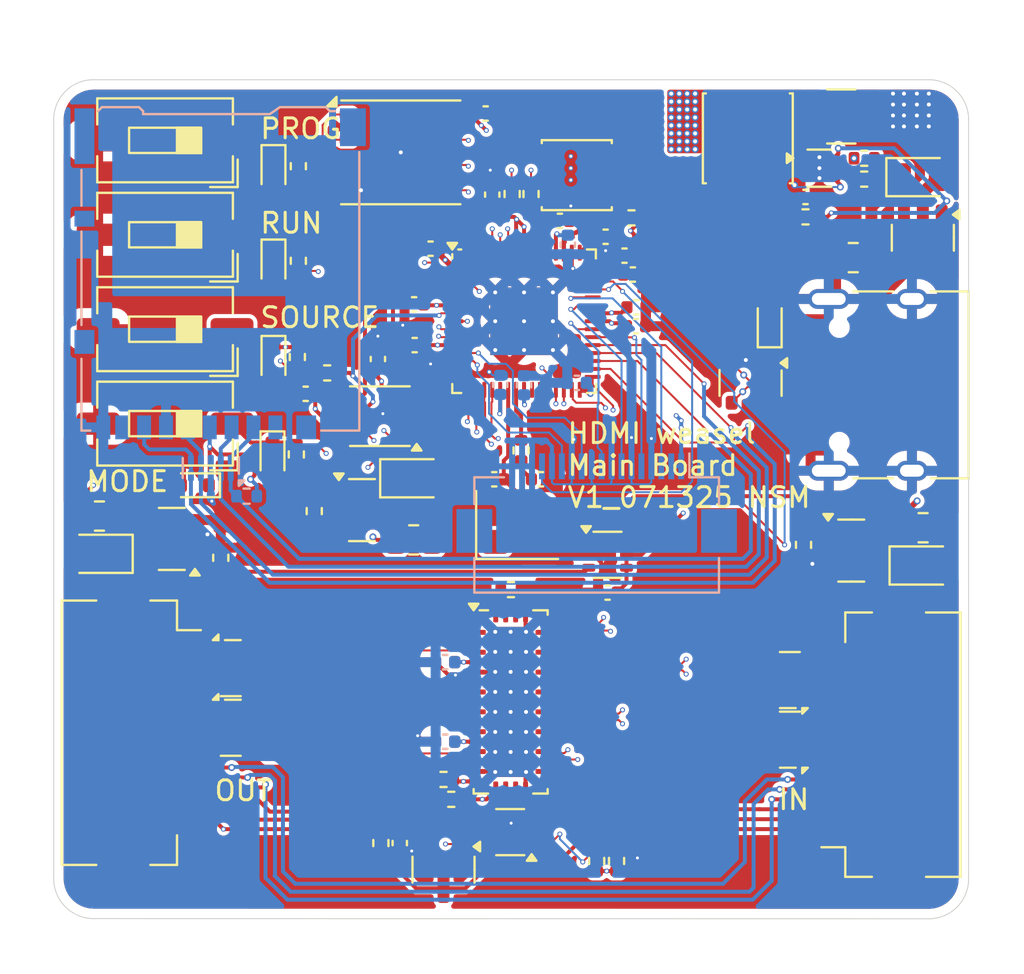
<source format=kicad_pcb>
(kicad_pcb (version 20241229) (generator "pcbnew") (generator_version "9.0")
  (layers (0 "F.Cu" signal) (4 "In1.Cu" signal) (6 "In2.Cu" signal) (8 "In3.Cu" signal) (10 "In4.Cu" signal) (2 "B.Cu" signal) (13 "F.Paste" user) (15 "B.Paste" user) (5 "F.SilkS" user "F.Silkscreen") (7 "B.SilkS" user "B.Silkscreen") (1 "F.Mask" user) (3 "B.Mask" user) (25 "Edge.Cuts" user))
  (net 0 "")
  (net 1 "+3.3V")
  (net 2 "GND")
  (net 3 "VBUS")
  (net 4 "/HDMI_switch/V_HDMI")
  (net 5 "Net-(U301-VREG_AVDD)")
  (net 6 "+1V1")
  (net 7 "Net-(C316-Pad1)")
  (net 8 "Net-(U301-XIN)")
  (net 9 "Net-(D001-K)")
  (net 10 "Net-(D001-A)")
  (net 11 "Net-(D002-A)")
  (net 12 "Net-(D002-K)")
  (net 13 "Net-(D003-A)")
  (net 14 "Net-(D003-K)")
  (net 15 "/Microcontroller/USB_DP")
  (net 16 "/Microcontroller/USB_DN")
  (net 17 "Net-(D103-A)")
  (net 18 "Net-(D103-K)")
  (net 19 "Net-(D301-K)")
  (net 20 "Net-(D302-K)")
  (net 21 "/Microcontroller/MANUAL_SWITCH")
  (net 22 "/Microcontroller/MODE_SWITCH")
  (net 23 "/Microcontroller/RPI_SDA0 (GPIO8)")
  (net 24 "/Microcontroller/RPI_SPI1_SCK (GPIO26)")
  (net 25 "/Microcontroller/RPI_SPI1_RX (GPIO24)")
  (net 26 "/Microcontroller/RPI_ADC (GPIO29)")
  (net 27 "/Microcontroller/RPI_SPI1_CS0 (GPIO25)")
  (net 28 "/Microcontroller/RPI_SCL0 (GPIO9)")
  (net 29 "/Microcontroller/RPI_SPI1_TX (GPIO27)")
  (net 30 "/HDMI_switch/CEC")
  (net 31 "/HDMI_switch/SDA")
  (net 32 "/HDMI_switch/HOTPLUG_OUT")
  (net 33 "/HDMI_switch/SCL")
  (net 34 "/HDMI_switch/util")
  (net 35 "/HDMI_switch/hotplug")
  (net 37 "/Microcontroller/SPI0_SCK")
  (net 38 "/Microcontroller/SPI0_TX")
  (net 39 "/Microcontroller/SPI0_RX")
  (net 41 "/Microcontroller/SPI0_CS0")
  (net 42 "Net-(U101-SW)")
  (net 43 "/Microcontroller/VREG_LX")
  (net 46 "/Microcontroller/LED_SYSACTIVE")
  (net 47 "Net-(Q002-G)")
  (net 48 "Net-(Q003-G)")
  (net 49 "Net-(Q101-G)")
  (net 50 "/HDMI_switch/SEL")
  (net 51 "Net-(Q201-D)")
  (net 52 "Net-(U101-FB)")
  (net 53 "/HDMI_switch/PD")
  (net 54 "Net-(U201-RSVD)")
  (net 55 "/HDMI_switch/HDMI_OUT_D0+")
  (net 56 "/HDMI_switch/HDMI_OUT_D2+")
  (net 57 "/Microcontroller/QSPI_SS")
  (net 58 "Net-(U301-XOUT)")
  (net 59 "Net-(U301-RUN)")
  (net 60 "/Microcontroller/HDMI_COMM_EN")
  (net 61 "Net-(U301-GPIO5)")
  (net 62 "/HDMI_switch/RPI_HOTPLUG")
  (net 63 "/Microcontroller/LED_HDMISOURCE")
  (net 66 "/HDMI_switch/HDMI_OUT_CLK+")
  (net 68 "/HDMI_switch/HDMI_OUT_D1+")
  (net 69 "/HDMI_switch/HDMI_OUT_CLK-")
  (net 70 "/HDMI_switch/HDMI_IN_D0+")
  (net 74 "/HDMI_switch/HDMI_IN_D2-")
  (net 76 "/HDMI_switch/HDMI_IN_CK+")
  (net 77 "/HDMI_switch/HDMI_IN_D1+")
  (net 78 "/HDMI_switch/HDMI_IN_D1-")
  (net 96 "Net-(U301-QSPI_SCLK)")
  (net 97 "/Microcontroller/RPI_SCL1")
  (net 98 "/Microcontroller/RPI_SDA1")
  (net 99 "Net-(U301-QSPI_SD0)")
  (net 100 "Net-(U301-QSPI_SD1)")
  (net 102 "Net-(U301-QSPI_SD3)")
  (net 103 "Net-(U301-QSPI_SD2)")
  (net 104 "/HDMI_switch/HDMI_IN_D0-")
  (net 105 "/HDMI_switch/HDMI_IN_CK-")
  (net 110 "/HDMI_switch/HDMI_IN_D2+")
  (net 111 "/HDMI_switch/RPI_D1-")
  (net 112 "/HDMI_switch/RPI_D0-")
  (net 113 "/HDMI_switch/RPI_D2+")
  (net 114 "/HDMI_switch/RPI_CLK+")
  (net 115 "/HDMI_switch/RPI_D1+")
  (net 116 "/HDMI_switch/RPI_D0+")
  (net 117 "/HDMI_switch/RPI_CLK-")
  (net 118 "/HDMI_switch/RPI_D2-")
  (net 119 "/HDMI_switch/HDMI_OUT_D2-")
  (net 120 "/HDMI_switch/HDMI_OUT_D0-")
  (net 121 "/HDMI_switch/HDMI_OUT_D1-")
  (net 122 "/Microcontroller/USB_D1N")
  (net 123 "/Microcontroller/USB_D1P")
  (footprint "Capacitor_SMD:C_0402_1005Metric" (layer "F.Cu") (at 94.5 84.05 90)
    (property "Reference" "C319" (hide yes))
    (property "Value" "100n")
  )
  (footprint "Resistor_SMD:R_0402_1005Metric" (layer "F.Cu") (at 101.19 95.65 180)
    (property "Reference" "R203" (hide yes))
    (property "Value" "10k")
  )
  (footprint "Capacitor_SMD:C_0402_1005Metric" (layer "F.Cu") (at 105.95 77.9)
    (property "Reference" "C301" (hide yes))
    (property "Value" "4.7u")
  )
  (footprint "Resistor_SMD:R_0402_1005Metric" (layer "F.Cu") (at 102.2 75.75 90)
    (property "Reference" "R301" (hide yes))
    (property "Value" "27")
  )
  (footprint "Package_TO_SOT_SMD:SOT-23" (layer "F.Cu") (at 121.9 77.95 -90)
    (property "Reference" "Q101" (hide yes))
    (property "Value" "BSS83P")
  )
  (footprint "Package_TO_SOT_SMD:SOT-23" (layer "F.Cu") (at 93.7 91.65)
    (property "Reference" "Q001" (hide yes))
    (property "Value" "BSS138")
  )
  (footprint "Package_SON:WSON-8-1EP_6x5mm_P1.27mm_EP3.4x4.3mm" (layer "F.Cu") (at 95.65 73.655)
    (property "Reference" "U302" (hide yes))
    (property "Value" "W25Q128JVP")
  )
  (footprint "Capacitor_SMD:C_0402_1005Metric" (layer "F.Cu") (at 107.5 81.45)
    (property "Reference" "C314" (hide yes))
    (property "Value" "4.7u")
  )
  (footprint "Package_TO_SOT_SMD:SOT-563" (layer "F.Cu") (at 116.7 74.45)
    (property "Reference" "U101" (hide yes))
    (property "Value" "TPS62A02ADRL")
  )
  (footprint "Diode_SMD:D_SOD-523" (layer "F.Cu") (at 89.25 79.3 -90)
    (property "Reference" "D302" (hide yes))
    (property "Value" "ESD5Z3V3")
  )
  (footprint "Package_SON:USON-10_2.5x1.0mm_P0.5mm" (layer "F.Cu") (at 87.102501 99.6)
    (property "Reference" "U203" (hide yes))
    (property "Value" "TPD4E02B04DQA")
  )
  (footprint "LED_SMD:LED_0805_2012Metric" (layer "F.Cu") (at 96.3 90.05)
    (property "Reference" "D001" (hide yes))
    (property "Value" "LED")
  )
  (footprint "Capacitor_SMD:C_0402_1005Metric" (layer "F.Cu") (at 90.87 85.8 180)
    (property "Reference" "C318" (hide yes))
    (property "Value" "100n")
  )
  (footprint "Package_TO_SOT_SMD:SOT-23" (layer "F.Cu") (at 118.3 93.6875)
    (property "Reference" "Q003" (hide yes))
    (property "Value" "BSS138")
  )
  (footprint "Resistor_SMD:R_0402_1005Metric" (layer "F.Cu") (at 116 76.9)
    (property "Reference" "R103" (hide yes))
    (property "Value" "100k")
  )
  (footprint "Resistor_SMD:R_0805_2012Metric" (layer "F.Cu") (at 80.5 91.95)
    (property "Reference" "R004" (hide yes))
    (property "Value" "42.2")
  )
  (footprint "Resistor_SMD:R_0402_1005Metric" (layer "F.Cu") (at 94.65 108.4 -90)
    (property "Reference" "R204" (hide yes))
    (property "Value" "100k")
  )
  (footprint "Package_DFN_QFN:WQFN-42-1EP_3.5x9mm_P0.5mm_EP2.05x7.55mm_ThermalVias" (layer "F.Cu") (at 101.174999 101.3)
    (property "Reference" "U201" (hide yes))
    (property "Value" "TMUXHS4412")
  )
  (footprint "Resistor_SMD:R_0402_1005Metric" (layer "F.Cu") (at 101.7 88.65 90)
    (property "Reference" "R304" (hide yes))
    (property "Value" "1k")
  )
  (footprint "Capacitor_SMD:C_0402_1005Metric" (layer "F.Cu") (at 99.92 71.7)
    (property "Reference" "C315" (hide yes))
    (property "Value" "100n")
  )
  (footprint "Package_TO_SOT_SMD:SOT-143" (layer "F.Cu") (at 113.2375 85.25 -90)
    (property "Reference" "D102" (hide yes))
    (property "Value" "PRTR5V0U2X")
  )
  (footprint "Capacitor_SMD:C_0402_1005Metric" (layer "F.Cu") (at 102.7 90.1)
    (property "Reference" "C316" (hide yes))
    (property "Value" "15p")
  )
  (footprint "Resistor_SMD:R_0402_1005Metric" (layer "F.Cu") (at 118.95 75)
    (property "Reference" "R102" (hide yes))
    (property "Value" "100k")
  )
  (footprint "Resistor_SMD:R_0402_1005Metric" (layer "F.Cu") (at 98.19 106.2 180)
    (property "Reference" "R201" (hide yes))
    (property "Value" "10k")
  )
  (footprint "Resistor_SMD:R_0402_1005Metric" (layer "F.Cu") (at 105.5 109.3 90)
    (property "Reference" "R307" (hide yes))
    (property "Value" "100K")
  )
  (footprint "Resistor_SMD:R_0402_1005Metric" (layer "F.Cu") (at 90.4 88.85 90)
    (property "Reference" "R310" (hide yes))
    (property "Value" "100k")
  )
  (footprint "Inductor_SMD:L_Sunlord_SWPA3015S" (layer "F.Cu") (at 104.5 74.8)
    (property "Reference" "L301" (hide yes))
    (property "Value" "3.3u")
  )
  (footprint "Package_SON:USON-10_2.5x1.0mm_P0.5mm" (layer "F.Cu") (at 115.215 100.2 180)
    (property "Reference" "U205" (hide yes))
    (property "Value" "TPD4E02B04DQA")
  )
  (footprint "Capacitor_SMD:C_0402_1005Metric" (layer "F.Cu") (at 95.6 108.4 -90)
    (property "Reference" "C205" (hide yes))
    (property "Value" "0.1u")
  )
  (footprint "Resistor_SMD:R_0402_1005Metric" (layer "F.Cu") (at 115.9 93.4 -90)
    (property "Reference" "R005" (hide yes))
    (property "Value" "100k")
  )
  (footprint "Package_SON:USON-10_2.5x1.0mm_P0.5mm" (layer "F.Cu") (at 87.102501 102.6)
    (property "Reference" "U202" (hide yes))
    (property "Value" "TPD4E02B04DQA")
  )
  (footprint "Capacitor_SMD:C_0402_1005Metric" (layer "F.Cu") (at 103.65 77.1)
    (property "Reference" "C302" (hide yes))
    (property "Value" "4.7u")
  )
  (footprint "Capacitor_SMD:C_0402_1005Metric" (layer "F.Cu") (at 116 75.9)
    (property "Reference" "C101" (hide yes))
    (property "Value" "2.2u")
  )
  (footprint "Button_Switch_SMD:SW_DIP_SPSTx01_Slide_6.7x4.1mm_W6.73mm_P2.54mm_LowProfile_JPin" (layer "F.Cu") (at 83.8 82.55 180)
    (property "Reference" "SW304" (hide yes))
    (property "Value" "SW_DIP_x01")
  )
  (footprint "Capacitor_SMD:C_0402_1005Metric" (layer "F.Cu") (at 96.32 81.3 180)
    (property "Reference" "C312" (hide yes))
    (property "Value" "100n")
  )
  (footprint "Capacitor_SMD:C_0402_1005Metric" (layer "F.Cu") (at 100.35 90.1 180)
    (property "Reference" "C317" (hide yes))
    (property "Value" "15p")
  )
  (footprint "Resistor_SMD:R_0402_1005Metric" (layer "F.Cu") (at 101.25 75.75 90)
    (property "Reference" "R302" (hide yes))
    (property "Value" "27")
  )
  (footprint "Capacitor_SMD:C_0402_1005Metric" (layer "F.Cu") (at 100.25 75.78 90)
    (property "Reference" "C305" (hide yes))
    (property "Value" "100n")
  )
  (footprint "Button_Switch_SMD:SW_DIP_SPSTx01_Slide_6.7x4.1mm_W6.73mm_P2.54mm_LowProfile_JPin" (layer "F.Cu") (at 83.8 77.8 180)
    (property "Reference" "SW302" (hide yes))
    (property "Value" "SW_DIP_x01")
  )
  (footprint "Resistor_SMD:R_0402_1005Metric" (layer "F.Cu") (at 90.45 83.95 90)
    (property "Reference" "R309" (hide yes))
    (property "Value" "100k")
  )
  (footprint "Package_TO_SOT_SMD:SOT-363_SC-70-6" (layer "F.Cu") (at 101.15 107.85 180)
    (property "Reference" "U206" (hide yes))
    (property "Value" "TS5A3159ADCK")
  )
  (footprint "Diode_SMD:D_SOD-523" (layer "F.Cu") (at 114.2 82.2 90)
    (property "Reference" "D101" (hide yes))
    (property "Value" "ESD5Z5V0")
  )
  (footprint "Resistor_SMD:R_0402_1005Metric" (layer "F.Cu") (at 91.95 84.75)
    (property "Reference" "R306" (hide yes))
    (property "Value" "10k")
  )
  (footprint "Resistor_SMD:R_0805_2012Metric" (layer "F.Cu") (at 118.4 78.95 180)
    (property "Reference" "R104" (hide yes))
    (property "Value" "188")
  )
  (footprint "LED_SMD:LED_0805_2012Metric" (layer "F.Cu") (at 121.75 74.9)
    (property "Reference" "D103" (hide yes))
    (property "Value" "LED")
  )
  (footprint "Resistor_SMD:R_0402_1005Metric" (layer "F.Cu") (at 97.8 105.2 180)
    (property "Reference" "R202" (hide yes))
    (property "Value" "10k")
  )
  (footprint "Package_DFN_QFN:QFN-60-1EP_7x7mm_P0.4mm_EP3.4x3.4mm_ThermalVias" (layer "F.Cu") (at 101.85 82.15)
    (property "Reference" "U301" (hide yes))
    (property "Value" "RP2350")
  )
  (footprint "Capacitor_SMD:C_0402_1005Metric" (layer "F.Cu") (at 106.05 95.8 180)
    (property "Reference" "C001" (hide yes))
    (property "Value" "0.1u")
  )
  (footprint "Package_TO_SOT_SMD:SOT-23" (layer "F.Cu") (at 84.1375 93.1 180)
    (property "Reference" "Q002" (hide yes))
    (property "Value" "BSS138")
  )
  (footprint "Diode_SMD:D_SOD-523" (layer "F.Cu") (at 89.25 84.15 -90)
    (property "Reference" "D303" (hide yes))
    (property "Value" "ESD5Z3V3")
  )
  (footprint "Resistor_SMD:R_0402_1005Metric" (layer "F.Cu") (at 106.5 109.3 90)
    (property "Reference" "R308" (hide yes))
    (property "Value" "100K")
  )
  (footprint "Capacitor_SMD:C_0402_1005Metric" (layer "F.Cu") (at 107.32 79.8)
    (property "Reference" "C311" (hide yes))
    (property "Value" "100n")
  )
  (footprint "Resistor_SMD:R_0805_2012Metric" (layer "F.Cu") (at 96.3 93.15)
    (property "Reference" "R002" (hide yes))
    (property "Value" "22")
  )
  (footprint "Connector_FFC-FPC:Hirose_FH12-20S-0.5SH_1x20-1MP_P0.50mm_Horizontal" (layer "F.Cu") (at 119.3 103.45 90)
    (property "Reference" "J202" (hide yes))
    (property "Value" "Conn_01x20_Pin")
  )
  (footprint "Resistor_SMD:R_0402_1005Metric" (layer "F.Cu") (at 118.95 73.95)
    (property "Reference" "R101" (hide yes))
    (property "Value" "453k")
  )
  (footprint "Capacitor_SMD:C_0402_1005Metric" (layer "F.Cu") (at 96.35 83.35 180)
    (property "Reference" "C307" (hide yes))
    (property "Value" "100n")
  )
  (footprint "Diode_SMD:D_SOD-523" (layer "F.Cu") (at 89.25 74.55 -90)
    (property "Reference" "D301" (hide yes))
    (property "Value" "ESD5Z3V3")
  )
  (footprint "Connector_FFC-FPC:Hirose_FH12-20S-0.5SH_1x20-1MP_P0.50mm_Horizontal" (layer "F.Cu") (at 83.1 102.85 -90)
    (property "Reference" "J201" (hide yes))
    (property "Value" "Conn_01x20_Pin")
  )
  (footprint "Capacitor_SMD:C_0402_1005Metric" (layer "F.Cu") (at 107.48 82.4)
    (property "Reference" "C310" (hide yes))
    (property "Value" "100n")
  )
  (footprint "Diode_SMD:D_SOD-523" (layer "F.Cu") (at 85.3 90.4 180)
    (property "Reference" "D305" (hide yes))
    (property "Value" "ESD5Z3V3")
  )
  (footprint "Resistor_SMD:R_0402_1005Metric" (layer "F.Cu") (at 91.3 91.7 -90)
    (property "Reference" "R001" (hide yes))
    (property "Value" "100k")
  )
  (footprint "Capacitor_SMD:C_1210_3225Metric" (layer "F.Cu") (at 117.8 71.85)
    (property "Reference" "C102" (hide yes))
    (property "Value" "47u")
  )
  (footprint "Inductor_SMD:L_Sunlord_SWPA4030S" (layer "F.Cu") (at 113.1 72.95 90)
    (property "Reference" "L101" (hide yes))
    (property "Value" "1u")
  )
  (footprint "Package_TO_SOT_SMD:SOT-23" (layer "F.Cu") (at 97.8 109.7375 -90)
    (property "Reference" "Q201" (hide yes))
    (property "Value" "BSS138")
  )
  (footprint "Resistor_SMD:R_0402_1005Metric" (layer "F.Cu") (at 90.5 74.35 -90)
    (property "Reference" "R303" (hide yes))
    (property "Value" "1k")
  )
  (footprint "Resistor_SMD:R_0805_2012Metric" (layer "F.Cu") (at 121.9125 92.5375)
    (property "Reference" "R006" (hide yes))
    (property "Value" "42.2")
  )
  (footprint "Capacitor_SMD:C_0402_1005Metric" (layer "F.Cu") (at 97.15 78.5 180)
    (property "Reference" "C306" (hide yes))
    (property "Value" "100n")
  )
  (footprint "Button_Switch_SMD:SW_DIP_SPSTx01_Slide_6.7x4.1mm_W6.73mm_P2.54mm_LowProfile_JPin" (layer "F.Cu") (at 83.8 87.3 180)
    (property "Reference" "SW305" (hide yes))
    (property "Value" "SW_DIP_x01")
  )
  (footprint "LED_SMD:LED_0805_2012Metric" (layer "F.Cu") (at 80.4875 93.85 180)
    (property "Reference" "D002" (hide yes))
    (property "Value" "LED")
  )
  (footprint "Capacitor_SMD:C_0402_1005Metric" (layer "F.Cu") (at 97.882499 99.3 180)
    (property "Reference" "C201" (hide yes))
    (property "Value" "0.1u")
  )
  (footprint "LED_SMD:LED_0805_2012Metric" (layer "F.Cu") (at 121.9125 94.4375)
    (property "Reference" "D003" (hide yes))
    (property "Value" "LED")
  )
  (footprint "Resistor_SMD:R_0402_1005Metric" (layer "F.Cu") (at 90.5 79.11 -90)
    (property "Reference" "R305" (hide yes))
    (property "Value" "10k")
  )
  (footprint "Diode_SMD:D_SOD-523" (layer "F.Cu") (at 89.2 88.95 -90)
    (property "Reference" "D304" (hide yes))
    (property "Value" "ESD5Z3V3")
  )
  (footprint "Resistor_SMD:R_0402_1005Metric" (layer "F.Cu") (at 86.6 94.05 90)
    (property "Reference" "R003" (hide yes))
    (property "Value" "100k")
  )
  (footprint "Package_TO_SOT_SMD:SOT-363_SC-70-6" (layer "F.Cu") (at 106.05 93.9)
    (property "Reference" "U001" (hide yes))
    (property "Value" "TS5A3159ADCK")
  )
  (footprint "Package_SON:USON-10_2.5x1.0mm_P0.5mm" (layer "F.Cu") (at 115.215 103.2 180)
    (property "Reference" "U204" (hide yes))
    (property "Value" "TPD4E02B04DQA")
  )
  (footprint "Capacitor_SMD:C_0402_1005Metric" (layer "F.Cu") (at 106.9 78.85 180)
    (property "Reference" "C304" (hide yes))
    (property "Value" "100n")
  )
  (footprint "Resistor_SMD:R_0402_1005Metric" (layer "F.Cu") (at 107.25 76.95)
    (property "Reference" "R312" (hide yes))
    (property "Value" "33")
  )
  (footprint "Capacitor_SMD:C_0402_1005Metric" (layer "F.Cu") (at 97.882499 103.3 180)
    (property "Reference" "C202" (hide yes))
    (property "Value" "0.1u")
  )
  (footprint "Button_Switch_SMD:SW_DIP_SPSTx01_Slide_6.7x4.1mm_W6.73mm_P2.54mm_LowProfile_JPin" (layer "F.Cu") (at 83.8 73.05 180)
    (property "Reference" "SW301" (hide yes))
    (property "Value" "SW_DIP_x01")
  )
  (footprint "Crystal:Crystal_SMD_3225-4Pin_3.2x2.5mm" (layer "F.Cu") (at 101.5 92.4)
    (property "Reference" "Y1" (hide yes))
    (property "Value" "ABM8-22272-T3")
  )
  (footprint "Connector_USB:USB_C_Receptacle_HRO_TYPE-C-31-M-12" (layer "F.Cu") (at 120.3 85.35 90)
    (property "Reference" "P101" (hide yes))
    (property "Value" "USB_C_Plug_USB2.0")
  )
  (footprint "Package_SO:SSOP-8_2.95x2.8mm_P0.65mm" (layer "F.Cu") (at 94.6 86.925 180)
    (property "Reference" "U303" (hide yes))
    (property "Value" "TXS0102DCT")
  )
  (footprint "Connector_FFC-FPC:Hirose_FH12-18S-0.5SH_1x18-1MP_P0.50mm_Horizontal" (layer "B.Cu") (at 105.5 91.3 180)
    (property "Reference" "J001" (hide yes))
    (property "Value" "Conn_01x18_Pin")
  )
  (footprint "Capacitor_SMD:C_0402_1005Metric" (layer "B.Cu") (at 100.65 85.35 90)
    (property "Reference" "C308" (hide yes))
    (property "Value" "100n")
  )
  (footprint "Resistor_SMD:R_0402_1005Metric" (layer "B.Cu") (at 87.9 90.95)
    (property "Reference" "R311" (hide yes))
    (property "Value" "10k")
  )
  (footprint "Package_SON:USON-10_2.5x1.0mm_P0.5mm" (layer "B.Cu") (at 86.1 89.535 90)
    (property "Reference" "U304" (hide yes))
    (property "Value" "TPD4E02B04DQA")
  )
  (footprint "Capacitor_SMD:C_0402_1005Metric" (layer "B.Cu") (at 104.05 78.3 -90)
    (property "Reference" "C303" (hide yes))
    (property "Value" "4.7u")
  )
  (footprint "Capacitor_SMD:C_0402_1005Metric" (layer "B.Cu") (at 101.85 85.37 90)
    (property "Reference" "C313" (hide yes))
    (property "Value" "100n")
  )
  (footprint "Capacitor_SMD:C_0402_1005Metric" (layer "B.Cu") (at 104.5 85.25 180)
    (property "Reference" "C309" (hide yes))
    (property "Value" "100n")
  )
  (footprint "Capacitor_SMD:C_0402_1005Metric" (layer "B.Cu") (at 97.882499 99.3 180)
    (property "Reference" "C204" (hide yes))
    (property "Value" "0.1u")
  )
  (footprint "Connector_Card:microSD_HC_Hirose_DM3AT-SF-PEJM5" (layer "B.Cu") (at 86.57 79.765)
    (property "Reference" "J301" (hide yes))
    (property "Value" "Micro_SD_Card")
  )
  (footprint "Capacitor_SMD:C_0402_1005Metric" (layer "B.Cu") (at 97.882499 103.3 180)
    (property "Reference" "C203" (hide yes))
    (property "Value" "0.1u")
  )
  (gr_line (start 78.2 72) (end 78.2 110.15) (stroke (width 0.05)) (layer "Edge.Cuts"))
  (gr_line (start 80.2142 112.200318) (end 122.251725 112.208036) (stroke (width 0.05)) (layer "Edge.Cuts"))
  (gr_arc (start 122.2 70) (mid 123.614214 70.585786) (end 124.2 72) (stroke (width 0.05)) (layer "Edge.Cuts"))
  (gr_arc (start 80.214214 112.200318) (mid 78.777128 111.597567) (end 78.2 110.15) (stroke (width 0.05)) (layer "Edge.Cuts"))
  (gr_arc (start 78.2 72) (mid 78.785786 70.585786) (end 80.2 70) (stroke (width 0.05)) (layer "Edge.Cuts"))
  (gr_arc (start 124.199955 110.194477) (mid 123.636727 111.6) (end 122.25 112.208036) (stroke (width 0.05)) (layer "Edge.Cuts"))
  (gr_line (start 124.2 110.194477) (end 124.2 72) (stroke (width 0.05)) (layer "Edge.Cuts"))
  (gr_line (start 122.2 70) (end 80.2 70) (stroke (width 0.05)) (layer "Edge.Cuts"))
  (gr_text "OUT\n" (at 86.2 106.35 0) (layer "F.SilkS") (effects (font (size 1 1) (thickness 0.153)) (justify left bottom)))
  (gr_text "RUN\n" (at 88.5 77.8 0) (layer "F.SilkS") (effects (font (size 1 1) (thickness 0.153)) (justify left bottom)))
  (gr_text "SOURCE\n" (at 88.5 82.55 0) (layer "F.SilkS") (effects (font (size 1 1) (thickness 0.153)) (justify left bottom)))
  (gr_text "PROG\n" (at 88.5 73.05 0) (layer "F.SilkS") (effects (font (size 1 1) (thickness 0.153)) (justify left bottom)))
  (gr_text "IN\n" (at 114.55 106.8 0) (layer "F.SilkS") (effects (font (size 1 1) (thickness 0.153)) (justify left bottom)))
  (gr_text "HDMI weasel\nMain Board\nV1_071325 NSM\n" (at 103.95 91.6 0) (layer "F.SilkS") (effects (font (size 1 1) (thickness 0.153)) (justify left bottom)))
  (gr_text "MODE\n" (at 79.75 90.8 0) (layer "F.SilkS") (effects (font (size 1 1) (thickness 0.153)) (justify left bottom)))
  (segment (start 103.45 78.7) (end 103.45 77.8) (width 0.2) (layer "F.Cu") (net 1))
  (segment (start 101.45 78.7) (end 101.45 77) (width 0.2) (layer "F.Cu") (net 1))
  (segment (start 106.42 79.8) (end 106.369 79.749) (width 0.2) (layer "F.Cu") (net 1))
  (segment (start 100.89 76.9) (end 100.25 76.26) (width 0.2) (layer "F.Cu") (net 1))
  (segment (start 100.625 86.8) (end 100.65 86.775) (width 0.2) (layer "F.Cu") (net 1))
  (segment (start 106.769 79.461) (end 107.38 78.85) (width 0.2) (layer "F.Cu") (net 1))
  (segment (start 89.891 88.851) (end 90.4 89.36) (width 0.2) (layer "F.Cu") (net 1))
  (segment (start 86.045 88.45) (end 86.045 90.355) (width 0.2) (layer "F.Cu") (net 1))
  (segment (start 95.3875 93.15) (end 94.4 93.15) (width 0.2) (layer "F.Cu") (net 1))
  (segment (start 107.76 77.04) (end 107.2 77.6) (width 0.2) (layer "F.Cu") (net 1))
  (segment (start 106.42 79.8) (end 106.84 79.8) (width 0.2) (layer "F.Cu") (net 1))
  (segment (start 98.4 83.35) (end 97.5 83.35) (width 0.2) (layer "F.Cu") (net 1))
  (segment (start 106.369 79.749) (end 105.3 79.749) (width 0.2) (layer "F.Cu") (net 1))
  (segment (start 101.475 77.025) (end 101.35 76.9) (width 0.2) (layer "F.Cu") (net 1))
  (segment (start 88.3 88.851) (end 88.3 89.9) (width 0.2) (layer "F.Cu") (net 1))
  (segment (start 95.3 86.6) (end 94.6865 85.9865) (width 0.2) (layer "F.Cu") (net 1))
  (segment (start 101.85 78.7) (end 101.85 77.4) (width 0.2) (layer "F.Cu") (net 1))
  (segment (start 101.85 77.4) (end 101.475 77.025) (width 0.2) (layer "F.Cu") (net 1))
  (segment (start 107.76 76.95) (end 107.76 77.04) (width 0.2) (layer "F.Cu") (net 1))
  (segment (start 99.487499 103.3) (end 98.812499 103.3) (width 0.2) (layer "F.Cu") (net 1))
  (segment (start 99.3 71.75) (end 99.55 71.5) (width 0.2) (layer "F.Cu") (net 1))
  (segment (start 98.119001 79.299) (end 98.4 79.299) (width 0.3) (layer "F.Cu") (net 1))
  (segment (start 90.45 84.46) (end 89.91 84.46) (width 0.1) (layer "F.Cu") (net 1))
  (segment (start 99.44 72.04) (end 99.7 72.3) (width 0.2) (layer "F.Cu") (net 1))
  (segment (start 107 95.33) (end 106.53 95.8) (width 0.2) (layer "F.Cu") (net 1))
  (segment (start 86.045 90.355) (end 86 90.4) (width 0.2) (layer "F.Cu") (net 1))
  (segment (start 105.3 79.35) (end 105.411 79.461) (width 0.2) (layer "F.Cu") (net 1))
  (segment (start 106.85 82.25) (end 107 82.4) (width 0.2) (layer "F.Cu") (net 1))
  (segment (start 86.446 88.851) (end 88.3 88.851) (width 0.2) (layer "F.Cu") (net 1))
  (segment (start 88.3 89.9) (end 88.1 90.1) (width 0.2) (layer "F.Cu") (net 1))
  (segment (start 99.487499 99.3) (end 98.812499 99.3) (width 0.2) (layer "F.Cu") (net 1))
  (segment (start 104.979999 85.6) (end 104.701 85.6) (width 0.3) (layer "F.Cu") (net 1))
  (segment (start 96.3 86.6) (end 95.3 86.6) (width 0.2) (layer "F.Cu") (net 1))
  (segment (start 107 94.55) (end 107 95.33) (width 0.2) (layer "F.Cu") (net 1))
  (segment (start 98.35 71.75) (end 99.3 71.75) (width 0.2) (layer "F.Cu") (net 1))
  (segment (start 103.45 77.8) (end 103.5 77.75) (width 0.2) (layer "F.Cu") (net 1))
  (segment (start 105.189999 85.810001) (end 104.979999 85.6) (width 0.3) (layer "F.Cu") (net 1))
  (segment (start 94.4 93.15) (end 94.25 93) (width 0.2) (layer "F.Cu") (net 1))
  (segment (start 98.812499 99.3) (end 98.362499 99.3) (width 0.2) (layer "F.Cu") (net 1))
  (segment (start 100.65 86.775) (end 100.65 85.6) (width 0.2) (layer "F.Cu") (net 1))
  (segment (start 99.7 72.3) (end 99.95 72.55) (width 0.2) (layer "F.Cu") (net 1))
  (segment (start 97.63 78.809999) (end 97.885001 79.064999) (width 0.3) (layer "F.Cu") (net 1))
  (segment (start 106.25 82.25) (end 106.85 82.25) (width 0.2) (layer "F.Cu") (net 1))
  (segment (start 97.885001 79.064999) (end 98.119001 79.299) (width 0.3) (layer "F.Cu") (net 1))
  (segment (start 107 93.9) (end 107.752 93.9) (width 0.2) (layer "F.Cu") (net 1))
  (segment (start 105.411 79.461) (end 106.769 79.461) (width 0.2) (layer "F.Cu") (net 1))
  (segment (start 107 93.9) (end 107 94.55) (width 0.2) (layer "F.Cu") (net 1))
  (segment (start 98.812499 103.3) (end 98.362499 103.3) (width 0.2) (layer "F.Cu") (net 1))
  (segment (start 97.63 78.5) (end 97.63 78.809999) (width 0.3) (layer "F.Cu") (net 1))
  (segment (start 121 92.5375) (end 121 91.8) (width 0.3) (layer "F.Cu") (net 1))
  (segment (start 79.5875 91.0125) (end 80.2 90.4) (width 0.2) (layer "F.Cu") (net 1))
  (segment (start 107.38 77.78) (end 107.2 77.6) (width 0.2) (layer "F.Cu") (net 1))
  (segment (start 94.5 84.977) (end 94.6865 85.1635) (width 0.2) (layer "F.Cu") (net 1))
  (segment (start 97.5 83.35) (end 96.83 83.35) (width 0.2) (layer "F.Cu") (net 1))
  (segment (start 94.6865 85.9865) (end 94.6865 85.1635) (width 0.2) (layer "F.Cu") (net 1))
  (segment (start 86.045 88.45) (end 86.446 88.851) (width 0.2) (layer "F.Cu") (net 1))
  (segment (start 106.15 82.15) (end 105.3 82.15) (width 0.2) (layer "F.Cu") (net 1))
  (segment (start 106.25 82.25) (end 106.15 82.15) (width 0.2) (layer "F.Cu") (net 1))
  (segment (start 101.45 77) (end 101.35 76.9) (width 0.2) (layer "F.Cu") (net 1))
  (segment (start 121 91.8) (end 121.6125 91.1875) (width 0.3) (layer "F.Cu") (net 1))
  (segment (start 107.38 78.85) (end 107.38 77.78) (width 0.2) (layer "F.Cu") (net 1))
  (segment (start 88.3 88.851) (end 89.891 88.851) (width 0.2) (layer "F.Cu") (net 1))
  (segment (start 98.47 71.63) (end 98.35 71.75) (width 0.2) (layer "F.Cu") (net 1))
  (segment (start 94.5 84.53) (end 94.5 84.977) (width 0.2) (layer "F.Cu") (net 1))
  (segment (start 89.91 84.46) (end 89.6 84.15) (width 0.1) (layer "F.Cu") (net 1))
  (segment (start 107.752 93.9) (end 109.851 91.801) (width 0.2) (layer "F.Cu") (net 1))
  (segment (start 99.44 71.7) (end 99.44 72.04) (width 0.2) (layer "F.Cu") (net 1))
  (segment (start 79.5875 91.95) (end 79.5875 91.0125) (width 0.2) (layer "F.Cu") (net 1))
  (segment (start 101.35 76.9) (end 100.89 76.9) (width 0.2) (layer "F.Cu") (net 1))
  (segment (start 99.45 71.63) (end 98.47 71.63) (width 0.2) (layer "F.Cu") (net 1))
  (via (at 101.475 77.025) (size 0.25) (drill 0.15) (layers "F.Cu" "B.Cu") (net 1))
  (via (at 110.45 73.1) (size 0.35) (drill 0.2) (layers "F.Cu" "B.Cu") (net 1))
  (via (at 107.2 77.6) (size 0.25) (drill 0.15) (layers "F.Cu" "B.Cu") (net 1))
  (via (at 105.189999 85.810001) (size 0.25) (drill 0.15) (layers "F.Cu" "B.Cu") (net 1))
  (via (at 109.75 87.15) (size 0.25) (drill 0.15) (layers "F.Cu" "B.Cu") (net 1))
  (via (at 86.045 88.45) (size 0.25) (drill 0.15) (layers "F.Cu" "B.Cu") (net 1))
  (via (at 110.45 71.1) (size 0.35) (drill 0.2) (layers "F.Cu" "B.Cu") (net 1))
  (via (at 109.65 71.9) (size 0.35) (drill 0.2) (layers "F.Cu" "B.Cu") (net 1))
  (via (at 99.7 72.3) (size 0.25) (drill 0.15) (layers "F.Cu" "B.Cu") (net 1))
  (via (at 118.44 73.95) (size 0.35) (drill 0.2) (layers "F.Cu" "B.Cu") (net 1))
  (via (at 110.05 73.1) (size 0.35) (drill 0.2) (layers "F.Cu" "B.Cu") (net 1))
  (via (at 109.65 71.5) (size 0.35) (drill 0.2) (layers "F.Cu" "B.Cu") (net 1))
  (via (at 109.65 72.3) (size 0.35) (drill 0.2) (layers "F.Cu" "B.Cu") (net 1))
  (via (at 80.2 90.4) (size 0.25) (drill 0.15) (layers "F.Cu" "B.Cu") (net 1))
  (via (at 109.65 71.1) (size 0.35) (drill 0.2) (layers "F.Cu" "B.Cu") (net 1))
  (via (at 110.45 72.7) (size 0.35) (drill 0.2) (layers "F.Cu" "B.Cu") (net 1))
  (via (at 89.6 84.15) (size 0.25) (drill 0.15) (layers "F.Cu" "B.Cu") (net 1))
  (via (at 110.45 73.5) (size 0.35) (drill 0.2) (layers "F.Cu" "B.Cu") (net 1))
  (via (at 109.75 87.5) (size 0.25) (drill 0.15) (layers "F.Cu" "B.Cu") (net 1))
  (via (at 109.25 71.9) (size 0.35) (drill 0.2) (layers "F.Cu" "B.Cu") (net 1))
  (via (at 110.45 71.5) (size 0.35) (drill 0.2) (layers "F.Cu" "B.Cu") (net 1))
  (via (at 109.65 70.7) (size 0.35) (drill 0.2) (layers "F.Cu" "B.Cu") (net 1))
  (via (at 110.05 73.5) (size 0.35) (drill 0.2) (layers "F.Cu" "B.Cu") (net 1))
  (via (at 97.5 83.35) (size 0.25) (drill 0.15) (layers "F.Cu" "B.Cu") (net 1))
  (via (at 109.25 73.5) (size 0.35) (drill 0.2) (layers "F.Cu" "B.Cu") (net 1))
  (via (at 121.6125 91.1875) (size 0.35) (drill 0.2) (layers "F.Cu" "B.Cu") (net 1))
  (via (at 109.25 71.1) (size 0.35) (drill 0.2) (layers "F.Cu" "B.Cu") (net 1))
  (via (at 94.6865 85.1635) (size 0.25) (drill 0.15) (layers "F.Cu" "B.Cu") (net 1))
  (via (at 109.25 70.7) (size 0.35) (drill 0.2) (layers "F.Cu" "B.Cu") (net 1))
  (via (at 110.05 72.3) (size 0.35) (drill 0.2) (layers "F.Cu" "B.Cu") (net 1))
  (via (at 109.5 86.9) (size 0.25) (drill 0.15) (layers "F.Cu" "B.Cu") (net 1))
  (via (at 109.25 72.7) (size 0.35) (drill 0.2) (layers "F.Cu" "B.Cu") (net 1))
  (via (at 110.45 72.3) (size 0.35) (drill 0.2) (layers "F.Cu" "B.Cu") (net 1))
  (via (at 98.812499 103.3) (size 0.25) (drill 0.15) (layers "F.Cu" "B.Cu") (net 1))
  (via (at 109.65 73.1) (size 0.35) (drill 0.2) (layers "F.Cu" "B.Cu") (net 1))
  (via (at 109.65 73.5) (size 0.35) (drill 0.2) (layers "F.Cu" "B.Cu") (net 1))
  (via (at 98.812499 99.3) (size 0.25) (drill 0.15) (layers "F.Cu" "B.Cu") (net 1))
  (via (at 109.25 73.1) (size 0.35) (drill 0.2) (layers "F.Cu" "B.Cu") (net 1))
  (via (at 88.1 90.1) (size 0.35) (drill 0.2) (layers "F.Cu" "B.Cu") (net 1))
  (via (at 94.25 93) (size 0.35) (drill 0.2) (layers "F.Cu" "B.Cu") (net 1))
  (via (at 110.05 71.9) (size 0.35) (drill 0.2) (layers "F.Cu" "B.Cu") (net 1))
  (via (at 110.05 71.5) (size 0.35) (drill 0.2) (layers "F.Cu" "B.Cu") (net 1))
  (via (at 106.25 82.25) (size 0.25) (drill 0.15) (layers "F.Cu" "B.Cu") (net 1))
  (via (at 101.85 77.4) (size 0.25) (drill 0.15) (layers "F.Cu" "B.Cu") (net 1))
  (via (at 109.851 91.801) (size 0.25) (drill 0.15) (layers "F.Cu" "B.Cu") (net 1))
  (via (at 110.05 71.1) (size 0.35) (drill 0.2) (layers "F.Cu" "B.Cu") (net 1))
  (via (at 109.25 72.3) (size 0.35) (drill 0.2) (layers "F.Cu" "B.Cu") (net 1))
  (via (at 100.625 86.8) (size 0.25) (drill 0.15) (layers "F.Cu" "B.Cu") (net 1))
  (via (at 110.05 72.7) (size 0.35) (drill 0.2) (layers "F.Cu" "B.Cu") (net 1))
  (via (at 109.25 71.5) (size 0.35) (drill 0.2) (layers "F.Cu" "B.Cu") (net 1))
  (via (at 110.45 70.7) (size 0.35) (drill 0.2) (layers "F.Cu" "B.Cu") (net 1))
  (via (at 110.45 71.9) (size 0.35) (drill 0.2) (layers "F.Cu" "B.Cu") (net 1))
  (via (at 103.5 77.75) (size 0.25) (drill 0.15) (layers "F.Cu" "B.Cu") (net 1))
  (via (at 110.05 70.7) (size 0.35) (drill 0.2) (layers "F.Cu" "B.Cu") (net 1))
  (via (at 97.885001 79.064999) (size 0.25) (drill 0.15) (layers "F.Cu" "B.Cu") (net 1))
  (via (at 99.95 72.55) (size 0.25) (drill 0.15) (layers "F.Cu" "B.Cu") (net 1))
  (via (at 109.65 72.7) (size 0.35) (drill 0.2) (layers "F.Cu" "B.Cu") (net 1))
  (segment (start 86.05 88.55) (end 86.045 88.545) (width 0.2) (layer "B.Cu") (net 1))
  (segment (start 88.41 90.41) (end 88.1 90.1) (width 0.2) (layer "B.Cu") (net 1))
  (segment (start 109.25 89.45) (end 109.75 89.45) (width 0.2) (layer "B.Cu") (net 1))
  (segment (start 105.189999 85.810001) (end 105.189999 85.459999) (width 0.3) (layer "B.Cu") (net 1))
  (segment (start 98.812499 103.3) (end 98.362499 103.3) (width 0.2) (layer "B.Cu") (net 1))
  (segment (start 109.75 89.45) (end 109.75 87.5) (width 0.2) (layer "B.Cu") (net 1))
  (segment (start 98.812499 99.3) (end 98.362499 99.3) (width 0.2) (layer "B.Cu") (net 1))
  (segment (start 109.75 87.5) (end 109.75 87.15) (width 0.2) (layer "B.Cu") (net 1))
  (segment (start 103.57 77.82) (end 103.5 77.75) (width 0.2) (layer "B.Cu") (net 1))
  (segment (start 86.045 87.49) (end 86.045 88.45) (width 0.2) (layer "B.Cu") (net 1))
  (segment (start 105.189999 85.459999) (end 104.98 85.25) (width 0.3) (layer "B.Cu") (net 1))
  (segment (start 109.75 87.15) (end 109.5 86.9) (width 0.2) (layer "B.Cu") (net 1))
  (segment (start 100.65 86.775) (end 100.65 85.83) (width 0.2) (layer "B.Cu") (net 1))
  (segment (start 100.625 86.8) (end 100.65 86.775) (width 0.2) (layer "B.Cu") (net 1))
  (segment (start 104.05 77.82) (end 103.57 77.82) (width 0.2) (layer "B.Cu") (net 1))
  (segment (start 88.41 90.95) (end 88.41 90.41) (width 0.2) (layer "B.Cu") (net 1))
  (segment (start 86.045 88.45) (end 86.045 88.545) (width 0.2) (layer "B.Cu") (net 1))
  (segment (start 113.15 84.25) (end 113 84.1) (width 0.2) (layer "F.Cu") (net 2))
  (segment (start 101.924999 105.7375) (end 101.924999 104.85) (width 0.2) (layer "F.Cu") (net 2))
  (segment (start 101.924999 100.55) (end 101.174999 101.3) (width 0.2) (layer "F.Cu") (net 2))
  (segment (start 94.5 83.57) (end 94.5 82.9) (width 0.2) (layer "F.Cu") (net 2))
  (segment (start 101.924999 96.8625) (end 101.924999 100.55) (width 0.2) (layer "F.Cu") (net 2))
  (segment (start 107.55 109.15) (end 107.19 108.79) (width 0.2) (layer "F.Cu") (net 2))
  (segment (start 97.402499 103.3) (end 96.8 103.3) (width 0.2) (layer "F.Cu") (net 2))
  (segment (start 99.487499 101.3) (end 101.174999 101.3) (width 0.2) (layer "F.Cu") (net 2))
  (segment (start 85.075 92.15) (end 85.21 92.15) (width 0.3) (layer "F.Cu") (net 2))
  (segment (start 106.43 77.9) (end 106.40755 77.9) (width 0.2) (layer "F.Cu") (net 2))
  (segment (start 114.8 82.1) (end 114.2 81.5) (width 0.6) (layer "F.Cu") (net 2))
  (segment (start 107.19 108.79) (end 106.5 108.79) (width 0.2) (layer "F.Cu") (net 2))
  (segment (start 101.35 107.85) (end 101.2 107.7) (width 0.1) (layer "F.Cu") (net 2))
  (segment (start 102.862499 101.3) (end 101.174999 101.3) (width 0.2) (layer "F.Cu") (net 2))
  (segment (start 104.25 78.7) (end 104.25 79.45) (width 0.2) (layer "F.Cu") (net 2))
  (segment (start 87.487501 99.6) (end 86.717501 99.6) (width 0.2) (layer "F.Cu") (net 2))
  (segment (start 105.726 95.644) (end 105.726 94.28113) (width 0.2) (layer "F.Cu") (net 2))
  (segment (start 99.89245 90.1) (end 99.87 90.1) (width 0.2) (layer "F.Cu") (net 2))
  (segment (start 115.91 93.9) (end 115.9 93.91) (width 0.3) (layer "F.Cu") (net 2))
  (segment (start 98.4 99.95) (end 98.052499 99.95) (width 0.2) (layer "F.Cu") (net 2))
  (segment (start 116.6275 94.6375) (end 116.345 94.355) (width 0.3) (layer "F.Cu") (net 2))
  (segment (start 100.25 75.3) (end 100.25 74.65) (width 0.2) (layer "F.Cu") (net 2))
  (segment (start 117.4875 80.7125) (end 117.17 81.03) (width 0.6) (layer "F.Cu") (net 2))
  (segment (start 105.726 94.28113) (end 105.34487 93.9) (width 0.2) (layer "F.Cu") (net 2))
  (segment (start 96.2 108.8) (end 95.68 108.8) (width 0.2) (layer "F.Cu") (net 2))
  (segment (start 105.34487 93.9) (end 105.1 93.9) (width 0.2) (layer "F.Cu") (net 2))
  (segment (start 102.1 107.85) (end 101.35 107.85) (width 0.1) (layer "F.Cu") (net 2))
  (segment (start 96.3 87.25) (end 95.2 87.25) (width 0.2) (layer "F.Cu") (net 2))
  (segment (start 116.75 78.95) (end 114.2 81.5) (width 0.6) (layer "F.Cu") (net 2))
  (segment (start 85.21 92.15) (end 85.93 92.87) (width 0.3) (layer "F.Cu") (net 2))
  (segment (start 101.924999 104.85) (end 101.949999 104.825) (width 0.2) (layer "F.Cu") (net 2))
  (segment (start 105.1 93.9) (end 103.25 93.9) (width 0.2) (layer "F.Cu") (net 2))
  (segment (start 117.4875 78.95) (end 116.75 78.95) (width 0.6) (layer "F.Cu") (net 2))
  (segment (start 104.13 77.1) (end 104.13 76.42) (width 0.2) (layer "F.Cu") (net 2))
  (segment (start 113.9875 84.25) (end 113.15 84.25) (width 0.2) (layer "F.Cu") (net 2))
  (segment (start 96.85 108.8) (end 96.2 108.8) (width 0.2) (layer "F.Cu") (net 2))
  (segment (start 99.487499 104.8) (end 101.149999 104.8) (width 0.2) (layer "F.Cu") (net 2))
  (segment (start 115.6 100.2) (end 114.83 100.2) (width 0.2) (layer "F.Cu") (net 2))
  (segment (start 100.389285 99.8) (end 100.399999 99.789286) (width 0.2) (layer "F.Cu") (net 2))
  (segment (start 99.487499 99.8) (end 100.389285 99.8) (width 0.2) (layer "F.Cu") (net 2))
  (segment (start 93.65 75.56) (end 93.745 75.56) (width 0.4) (layer "F.Cu") (net 2))
  (segment (start 106.40755 77.9) (end 105.95 78.35755) (width 0.2) (layer "F.Cu") (net 2))
  (segment (start 91.69 92.6) (end 91.3 92.21) (width 0.2) (layer "F.Cu") (net 2))
  (segment (start 101.2 107.7) (end 101.2 107.4) (width 0.1) (layer "F.Cu") (net 2))
  (segment (start 101.924999 95.874999) (end 101.924999 96.8625) (width 0.2) (layer "F.Cu") (net 2))
  (segment (start 96.8 103.3) (end 96.5 103) (width 0.2) (layer "F.Cu") (net 2))
  (segment (start 106.17 78.6) (end 106.42 78.85) (width 0.2) (layer "F.Cu") (net 2))
  (segment (start 101.7 95.65) (end 101.924999 95.874999) (width 0.2) (layer "F.Cu") (net 2))
  (segment (start 115.6 103.2) (end 114.83 103.2) (width 0.2) (layer "F.Cu") (net 2))
  (segment (start 100.25 74.65) (end 100.15 74.55) (width 0.2) (layer "F.Cu") (net 2))
  (segment (start 95.2 87.25) (end 94.75 86.8) (width 0.2) (layer "F.Cu") (net 2))
  (segment (start 116.255 82.1) (end 114.8 82.1) (width 0.6) (layer "F.Cu") (net 2))
  (segment (start 104.13 76.42) (end 104.2 76.35) (width 0.2) (layer "F.Cu") (net 2))
  (segment (start 101.149999 104.8) (end 101.174999 104.825) (width 0.2) (layer "F.Cu") (net 2))
  (segment (start 105.95 78.35755) (end 105.95 78.6) (width 0.2) (layer "F.Cu") (net 2))
  (segment (start 92.7625 92.6) (end 91.69 92.6) (width 0.2) (layer "F.Cu") (net 2))
  (segment (start 92.95 75.56) (end 93.65 75.56) (width 0.4) (layer "F.Cu") (net 2))
  (segment (start 117.3625 94.6375) (end 116.6275 94.6375) (width 0.3) (layer "F.Cu") (net 2))
  (segment (start 105.57 95.8) (end 105.726 95.644) (width 0.2) (layer "F.Cu") (net 2))
  (segment (start 117.4875 78.95) (end 117.4875 80.7125) (width 0.6) (layer "F.Cu") (net 2))
  (segment (start 93.745 75.56) (end 95.65 73.655) (width 0.4) (layer "F.Cu") (net 2))
  (segment (start 85.93 92.87) (end 86.6 93.54) (width 0.3) (layer "F.Cu") (net 2))
  (segment (start 116.65 73.95) (end 116.7 73.9) (width 0.2) (layer "F.Cu") (net 2))
  (segment (start 87.487501 102.6) (end 86.717501 102.6) (width 0.2) (layer "F.Cu") (net 2))
  (segment (start 104.25 79.45) (end 104.3 79.5) (width 0.2) (layer "F.Cu") (net 2))
  (segment (start 98.052499 99.95) (end 97.402499 99.3) (width 0.2) (layer "F.Cu") (net 2))
  (segment (start 116.345 94.355) (end 115.9 93.91) (width 0.3) (layer "F.Cu") (net 2))
  (segment (start 95.68 108.8) (end 95.6 108.88) (width 0.2) (layer "F.Cu") (net 2))
  (segment (start 105.95 78.6) (end 106.17 78.6) (width 0.2) (layer "F.Cu") (net 2))
  (segment (start 103.25 93.9) (end 102.6 93.25) (width 0.2) (layer "F.Cu") (net 2))
  (via (at 122.2 71.25) (size 0.35) (drill 0.2) (layers "F.Cu" "B.Cu") (net 2))
  (via (at 98.4 99.95) (size 0.25) (drill 0.15) (layers "F.Cu" "B.Cu") (net 2))
  (via (at 122.2 70.7) (size 0.35) (drill 0.2) (layers "F.Cu" "B.Cu") (net 2))
  (via (at 96.5 103) (size 0.25) (drill 0.15) (layers "F.Cu" "B.Cu") (net 2))
  (via (at 100.15 74.55) (size 0.25) (drill 0.15) (layers "F.Cu" "B.Cu") (net 2))
  (via (at 101.2 107.4) (size 0.25) (drill 0.15) (layers "F.Cu" "B.Cu") (net 2))
  (via (at 122.2 71.8) (size 0.35) (drill 0.2) (layers "F.Cu" "B.Cu") (net 2))
  (via (at 121.6 71.8) (size 0.35) (drill 0.2) (layers "F.Cu" "B.Cu") (net 2))
  (via (at 93.65 75.56) (size 0.35) (drill 0.2) (layers "F.Cu" "B.Cu") (net 2))
  (via (at 121.6 72.35) (size 0.35) (drill 0.2) (layers "F.Cu" "B.Cu") (net 2))
  (via (at 95.65 73.655) (size 0.35) (drill 0.2) (layers "F.Cu" "B.Cu") (net 2))
  (via (at 108.25 88.05) (size 0.25) (drill 0.15) (layers "F.Cu" "B.Cu") (net 2))
  (via (at 97.15 84.3) (size 0.25) (drill 0.15) (layers "F.Cu" "B.Cu") (net 2))
  (via (at 120.4 70.7) (size 0.35) (drill 0.2) (layers "F.Cu" "B.Cu") (net 2))
  (via (at 100.1 84.7) (size 0.25) (drill 0.15) (layers "F.Cu" "B.Cu") (net 2))
  (via (at 120.95 71.25) (size 0.35) (drill 0.2) (layers "F.Cu" "B.Cu") (net 2))
  (via (at 104.3 79.5) (size 0.25) (drill 0.15) (layers "F.Cu" "B.Cu") (net 2))
  (via (at 120.4 71.25) (size 0.35) (drill 0.2) (layers "F.Cu" "B.Cu") (net 2))
  (via (at 85.93 92.87) (size 0.35) (drill 0.2) (layers "F.Cu" "B.Cu") (net 2))
  (via (at 96.2 108.8) (size 0.25) (drill 0.15) (layers "F.Cu" "B.Cu") (net 2))
  (via (at 107.55 109.15) (size 0.25) (drill 0.15) (layers "F.Cu" "B.Cu") (net 2))
  (via (at 120.95 71.8) (size 0.35) (drill 0.2) (layers "F.Cu" "B.Cu") (net 2))
  (via (at 120.4 72.35) (size 0.35) (drill 0.2) (layers "F.Cu" "B.Cu") (net 2))
  (via (at 104.35 88.1) (size 0.25) (drill 0.15) (layers "F.Cu" "B.Cu") (net 2))
  (via (at 116.7 73.9) (size 0.35) (drill 0.2) (layers "F.Cu" "B.Cu") (net 2))
  (via (at 116.345 94.355) (size 0.35) (drill 0.2) (layers "F.Cu" "B.Cu") (net 2))
  (via (at 121.6 70.7) (size 0.35) (drill 0.2) (layers "F.Cu" "B.Cu") (net 2))
  (via (at 122.2 72.35) (size 0.35) (drill 0.2) (layers "F.Cu" "B.Cu") (net 2))
  (via (at 104.2 76.35) (size 0.25) (drill 0.15) (layers "F.Cu" "B.Cu") (net 2))
  (via (at 120.4 71.8) (size 0.35) (drill 0.2) (layers "F.Cu" "B.Cu") (net 2))
  (via (at 95.75 82.35) (size 0.25) (drill 0.15) (layers "F.Cu" "B.Cu") (net 2))
  (via (at 116.7 74.95) (size 0.35) (drill 0.2) (layers "F.Cu" "B.Cu") (net 2))
  (via (at 107.25 88) (size 0.25) (drill 0.15) (layers "F.Cu" "B.Cu") (net 2))
  (via (at 116.7 74.45) (size 0.35) (drill 0.2) (layers "F.Cu" "B.Cu") (net 2))
  (via (at 121.6 71.25) (size 0.35) (drill 0.2) (layers "F.Cu" "B.Cu") (net 2))
  (via (at 94.75 86.8) (size 0.25) (drill 0.15) (layers "F.Cu" "B.Cu") (net 2))
  (via (at 120.95 70.7) (size 0.35) (drill 0.2) (layers "F.Cu" "B.Cu") (net 2))
  (via (at 120.95 72.35) (size 0.35) (drill 0.2) (layers "F.Cu" "B.Cu") (net 2))
  (via (at 94.5 82.9) (size 0.25) (drill 0.15) (layers "F.Cu" "B.Cu") (net 2))
  (via (at 86.15 91.2) (size 0.25) (drill 0.15) (layers "F.Cu" "B.Cu") (net 2))
  (via (at 105.95 78.6) (size 0.25) (drill 0.15) (layers "F.Cu" "B.Cu") (net 2))
  (via (at 113 84.1) (size 0.35) (drill 0.2) (layers "F.Cu" "B.Cu") (net 2))
  (segment (start 100.65 84.87) (end 100.27 84.87) (width 0.1) (layer "B.Cu") (net 2))
  (segment (start 105.25 90.252) (end 105.349 90.351) (width 0.1) (layer "B.Cu") (net 2))
  (segment (start 105.349 90.351) (end 105.4 90.351) (width 0.1) (layer "B.Cu") (net 2))
  (segment (start 86.1 89.92) (end 86.1 91.15) (width 0.2) (layer "B.Cu") (net 2))
  (segment (start 103.25 90.252) (end 103.25 89.45) (width 0.1) (layer "B.Cu") (net 2))
  (segment (start 106.151 90.351) (end 106.25 90.252) (width 0.1) (layer "B.Cu") (net 2))
  (segment (start 106.25 90.252) (end 106.25 89.45) (width 0.1) (layer "B.Cu") (net 2))
  (segment (start 107.75 90.351) (end 105.4 90.351) (width 0.1) (layer "B.Cu") (net 2))
  (segment (start 104.25 89.45) (end 104.25 90.252) (width 0.1) (layer "B.Cu") (net 2))
  (segment (start 107.349 90.351) (end 107.75 90.351) (width 0.1) (layer "B.Cu") (net 2))
  (segment (start 100.27 84.87) (end 100.1 84.7) (width 0.1) (layer "B.Cu") (net 2))
  (segment (start 103.25 89.45) (end 103.25 88.451) (width 0.2) (layer "B.Cu") (net 2))
  (segment (start 108.151 90.351) (end 108.25 90.252) (width 0.1) (layer "B.Cu") (net 2))
  (segment (start 103.95 90.351) (end 105.85 90.351) (width 0.1) (layer "B.Cu") (net 2))
  (segment (start 86.1 89.15) (end 86.1 89.92) (width 0.2) (layer "B.Cu") (net 2))
  (segment (start 103.349 90.351) (end 103.25 90.252) (width 0.1) (layer "B.Cu") (net 2))
  (segment (start 108.25 90.252) (end 108.25 89.45) (width 0.1) (layer "B.Cu") (net 2))
  (segment (start 107.75 90.351) (end 108.151 90.351) (width 0.1) (layer "B.Cu") (net 2))
  (segment (start 86.1 91.15) (end 86.15 91.2) (width 0.2) (layer "B.Cu") (net 2))
  (segment (start 102.9 88.101) (end 102.9 88.1) (width 0.2) (layer "B.Cu") (net 2))
  (segment (start 105.4 90.351) (end 105.85 90.351) (width 0.1) (layer "B.Cu") (net 2))
  (segment (start 103.25 88.451) (end 102.9 88.101) (width 0.2) (layer "B.Cu") (net 2))
  (segment (start 103.95 90.351) (end 103.349 90.351) (width 0.1) (layer "B.Cu") (net 2))
  (segment (start 104.151 90.351) (end 103.95 90.351) (width 0.1) (layer "B.Cu") (net 2))
  (segment (start 104.25 90.252) (end 104.151 90.351) (width 0.1) (layer "B.Cu") (net 2))
  (segment (start 105.25 89.45) (end 105.25 90.252) (width 0.1) (layer "B.Cu") (net 2))
  (segment (start 105.85 90.351) (end 106.151 90.351) (width 0.1) (layer "B.Cu") (net 2))
  (segment (start 107.25 89.45) (end 107.25 90.252) (width 0.1) (layer "B.Cu") (net 2))
  (segment (start 107.25 90.252) (end 107.349 90.351) (width 0.1) (layer "B.Cu") (net 2))
  (segment (start 117.113281 87.8) (end 117.45 87.463281) (width 0.4) (layer "F.Cu") (net 3))
  (segment (start 116.255 87.8) (end 117.113281 87.8) (width 0.4) (layer "F.Cu") (net 3))
  (segment (start 117.4125 74.95) (end 117.75 75.2875) (width 0.2) (layer "F.Cu") (net 3))
  (segment (start 116.255 87.8) (end 115.13 87.8) (width 0.4) (layer "F.Cu") (net 3))
  (segment (start 118.526 82.80214) (end 118.04214 83.286) (width 0.6) (layer "F.Cu") (net 3))
  (segment (start 115.13 87.8) (end 114.1875 86.8575) (width 0.4) (layer "F.Cu") (net 3))
  (segment (start 117.113281 82.9) (end 116.255 82.9) (width 0.4) (layer "F.Cu") (net 3))
  (segment (start 114.2 82.9) (end 113.6375 82.9) (width 0.6) (layer "F.Cu") (net 3))
  (segment (start 117.45 83.236719) (end 117.113281 82.9) (width 0.4) (layer "F.Cu") (net 3))
  (segment (start 116.255 82.9) (end 114.2 82.9) (width 0.6) (layer "F.Cu") (net 3))
  (segment (start 117.87814 83.45) (end 117.7 83.45) (width 0.6) (layer "F.Cu") (net 3))
  (segment (start 117.75 75.2875) (end 117.75 75.4) (width 0.2) (layer "F.Cu") (net 3))
  (segment (start 120.95 77.0125) (end 120.95 79.714372) (width 0.6) (layer "F.Cu") (net 3))
  (segment (start 118.04214 83.286) (end 117.87814 83.45) (width 0.6) (layer "F.Cu") (net 3))
  (segment (start 117.45 87.463281) (end 117.45 83.236719) (width 0.4) (layer "F.Cu") (net 3))
  (segment (start 114.1875 86.8575) (end 114.1875 86.25) (width 0.4) (layer "F.Cu") (net 3))
  (segment (start 120.95 79.714372) (end 118.526 82.138372) (width 0.6) (layer "F.Cu") (net 3))
  (segment (start 118.526 82.138372) (end 118.526 82.80214) (width 0.6) (layer "F.Cu") (net 3))
  (via (at 115.45 75.3) (size 0.35) (drill 0.2) (layers "F.Cu" "B.Cu") (net 3))
  (via (at 117.75 75.4) (size 0.35) (drill 0.2) (layers "F.Cu" "B.Cu") (net 3))
  (segment (start 115.45 75.3) (end 115.55 75.4) (width 0.1) (layer "B.Cu") (net 3))
  (segment (start 115.55 75.4) (end 117.75 75.4) (width 0.1) (layer "B.Cu") (net 3))
  (segment (start 86.7339 107.701) (end 86.1329 107.1) (width 0.2) (layer "F.Cu") (net 4))
  (segment (start 100.051 107.701) (end 86.7339 107.701) (width 0.2) (layer "F.Cu") (net 4))
  (segment (start 101 108.40513) (end 100.44487 107.85) (width 0.2) (layer "F.Cu") (net 4))
  (segment (start 100.44487 107.85) (end 100.2 107.85) (width 0.2) (layer "F.Cu") (net 4))
  (segment (start 91.35 86.602) (end 91.998 87.25) (width 0.2) (layer "F.Cu") (net 4))
  (segment (start 91.35 85.8) (end 91.35 86.55) (width 0.2) (layer "F.Cu") (net 4))
  (segment (start 101 108.9) (end 101 108.40513) (width 0.2) (layer "F.Cu") (net 4))
  (segment (start 91.998 87.25) (end 92.9 87.25) (width 0.2) (layer "F.Cu") (net 4))
  (segment (start 91.35 86.55) (end 91.35 86.602) (width 0.2) (layer "F.Cu") (net 4))
  (segment (start 105.25 107.7) (end 103.7 109.25) (width 0.2) (layer "F.Cu") (net 4))
  (segment (start 100.2 107.85) (end 100.051 107.701) (width 0.2) (layer "F.Cu") (net 4))
  (segment (start 117.45 107.7) (end 105.25 107.7) (width 0.2) (layer "F.Cu") (net 4))
  (segment (start 103.7 109.25) (end 101.35 109.25) (width 0.2) (layer "F.Cu") (net 4))
  (segment (start 101.35 109.25) (end 101 108.9) (width 0.2) (layer "F.Cu") (net 4))
  (segment (start 84.95 107.1) (end 86.1329 107.1) (width 0.2) (layer "F.Cu") (net 4))
  (via (at 91.35 86.55) (size 0.25) (drill 0.15) (layers "F.Cu" "B.Cu") (net 4))
  (via (at 86.7339 107.701) (size 0.25) (drill 0.15) (layers "F.Cu" "B.Cu") (net 4))
  (segment (start 105.47 77.9) (end 106.42 76.95) (width 0.2) (layer "F.Cu") (net 5))
  (segment (start 106.42 76.95) (end 106.74 76.95) (width 0.2) (layer "F.Cu") (net 5))
  (segment (start 104.65 78.7) (end 104.67 78.7) (width 0.2) (layer "F.Cu") (net 5))
  (segment (start 104.67 78.7) (end 105.47 77.9) (width 0.2) (layer "F.Cu") (net 5))
  (segment (start 98.4 81.35) (end 97.45 81.35) (width 0.2) (layer "F.Cu") (net 6))
  (segment (start 101.85 86.325) (end 101.85 85.6) (width 0.2) (layer "F.Cu") (net 6))
  (segment (start 106.225 81.75) (end 106.25 81.725) (width 0.2) (layer "F.Cu") (net 6))
  (segment (start 101.875 86.35) (end 101.85 86.325) (width 0.2) (layer "F.Cu") (net 6))
  (segment (start 105.3 81.75) (end 106.225 81.75) (width 0.2) (layer "F.Cu") (net 6))
  (segment (start 106.25 81.725) (end 106.745 81.725) (width 0.2) (layer "F.Cu") (net 6))
  (segment (start 97.45 81.35) (end 96.85 81.35) (width 0.2) (layer "F.Cu") (net 6))
  (segment (start 96.85 81.35) (end 96.8 81.3) (width 0.2) (layer "F.Cu") (net 6))
  (segment (start 106.745 81.725) (end 107.02 81.45) (width 0.2) (layer "F.Cu") (net 6))
  (via (at 106.25 81.725) (size 0.25) (drill 0.15) (layers "F.Cu" "B.Cu") (net 6))
  (via (at 101.875 86.35) (size 0.25) (drill 0.15) (layers "F.Cu" "B.Cu") (net 6))
  (via (at 104.2 73.85) (size 0.25) (drill 0.15) (layers "F.Cu" "B.Cu") (net 6))
  (via (at 104.2 74.45) (size 0.25) (drill 0.15) (layers "F.Cu" "B.Cu") (net 6))
  (via (at 97.45 81.35) (size 0.25) (drill 0.15) (layers "F.Cu" "B.Cu") (net 6))
  (via (at 104.2 75.05) (size 0.25) (drill 0.15) (layers "F.Cu" "B.Cu") (net 6))
  (segment (start 101.875 86.35) (end 101.85 86.325) (width 0.2) (layer "B.Cu") (net 6))
  (segment (start 101.85 86.325) (end 101.85 85.85) (width 0.2) (layer "B.Cu") (net 6))
  (segment (start 101.7 89.58) (end 102.22 90.1) (width 0.2) (layer "F.Cu") (net 7))
  (segment (start 101.7 89.16) (end 101.7 89.58) (width 0.2) (layer "F.Cu") (net 7))
  (segment (start 102.22 90.1) (end 102.22 91.17) (width 0.2) (layer "F.Cu") (net 7))
  (segment (start 102.22 91.17) (end 102.6 91.55) (width 0.2) (layer "F.Cu") (net 7))
  (segment (start 101.05 85.6) (end 101.05 88.94245) (width 0.2) (layer "F.Cu") (net 8))
  (segment (start 101.401 92.249) (end 100.4 93.25) (width 0.2) (layer "F.Cu") (net 8))
  (segment (start 101.05 88.94245) (end 100.83 89.16245) (width 0.2) (layer "F.Cu") (net 8))
  (segment (start 100.83 90.1) (end 101.401 90.671) (width 0.2) (layer "F.Cu") (net 8))
  (segment (start 100.83 89.16245) (end 100.83 90.1) (width 0.2) (layer "F.Cu") (net 8))
  (segment (start 101.401 90.671) (end 101.401 92.249) (width 0.2) (layer "F.Cu") (net 8))
  (segment (start 94.6375 91.65) (end 94.6375 90.775) (width 0.2) (layer "F.Cu") (net 9))
  (segment (start 94.6375 90.775) (end 95.3625 90.05) (width 0.2) (layer "F.Cu") (net 9))
  (segment (start 97.2375 93.125) (end 97.2125 93.15) (width 0.2) (layer "F.Cu") (net 10))
  (segment (start 97.2375 90.05) (end 97.2375 93.125) (width 0.2) (layer "F.Cu") (net 10))
  (segment (start 79.55 93.8125) (end 81.4125 91.95) (width 0.3) (layer "F.Cu") (net 11))
  (segment (start 79.55 93.85) (end 79.55 93.8125) (width 0.3) (layer "F.Cu") (net 11))
  (segment (start 83.2 93.1) (end 82.175 93.1) (width 0.3) (layer "F.Cu") (net 12))
  (segment (start 82.175 93.1) (end 81.425 93.85) (width 0.3) (layer "F.Cu") (net 12))
  (segment (start 122.85 94.4375) (end 122.85 92.5625) (width 0.3) (layer "F.Cu") (net 13))
  (segment (start 122.85 92.5625) (end 122.825 92.5375) (width 0.3) (layer "F.Cu") (net 13))
  (segment (start 120.975 94.4375) (end 119.9875 94.4375) (width 0.3) (layer "F.Cu") (net 14))
  (segment (start 119.9875 94.4375) (end 119.2375 93.6875) (width 0.3) (layer "F.Cu") (net 14))
  (segment (start 101.221028 75.211028) (end 101.25 75.24) (width 0.1) (layer "F.Cu") (net 15))
  (segment (start 113.0775 85.46) (end 112.84375 85.69375) (width 0.1) (layer "F.Cu") (net 15))
  (segment (start 115.027499 85.46) (end 113.0775 85.46) (width 0.1) (layer "F.Cu") (net 15))
  (segment (start 116.255 85.6) (end 115.167499 85.6) (width 0.1) (layer "F.Cu") (net 15))
  (segment (start 115.167499 85.6) (end 115.027499 85.46) (width 0.1) (layer "F.Cu") (net 15))
  (segment (start 101.221028 74.55) (end 101.221028 75.211028) (width 0.1) (layer "F.Cu") (net 15))
  (segment (start 112.84375 85.69375) (end 112.2875 86.25) (width 0.1) (layer "F.Cu") (net 15))
  (via (at 101.221028 74.55) (size 0.25) (drill 0.15) (layers "F.Cu" "B.Cu") (net 15))
  (via (at 112.84375 85.69375) (size 0.35) (drill 0.2) (layers "F.Cu" "B.Cu") (net 15))
  (segment (start 113.2775 85.24) (end 112.89375 84.85625) (width 0.1) (layer "F.Cu") (net 16))
  (segment (start 115.027499 85.24) (end 113.2775 85.24) (width 0.1) (layer "F.Cu") (net 16))
  (segment (start 112.89375 84.85625) (end 112.2875 84.25) (width 0.1) (layer "F.Cu") (net 16))
  (segment (start 102.2 74.55) (end 102.2 75.24) (width 0.1) (layer "F.Cu") (net 16))
  (segment (start 115.167499 85.1) (end 115.027499 85.24) (width 0.1) (layer "F.Cu") (net 16))
  (segment (start 116.255 85.1) (end 115.167499 85.1) (width 0.1) (layer "F.Cu") (net 16))
  (via (at 102.2 74.55) (size 0.25) (drill 0.15) (layers "F.Cu" "B.Cu") (net 16))
  (via (at 112.89375 84.85625) (size 0.35) (drill 0.2) (layers "F.Cu" "B.Cu") (net 16))
  (segment (start 121.9 75.6875) (end 122.6875 74.9) (width 0.6) (layer "F.Cu") (net 17))
  (segment (start 121.9 78.8875) (end 121.9 75.6875) (width 0.6) (layer "F.Cu") (net 17))
  (segment (start 119.3125 76.4) (end 119.3125 78.95) (width 0.6) (layer "F.Cu") (net 18))
  (segment (start 120.8125 74.9) (end 119.3125 76.4) (width 0.6) (layer "F.Cu") (net 18))
  (segment (start 90.49 73.85) (end 90.5 73.84) (width 0.2) (layer "F.Cu") (net 19))
  (segment (start 89.25 73.85) (end 90.49 73.85) (width 0.2) (layer "F.Cu") (net 19))
  (segment (start 87.915 73.8) (end 88.99 73.8) (width 0.2) (layer "F.Cu") (net 19))
  (segment (start 87.165 73.05) (end 87.915 73.8) (width 0.2) (layer "F.Cu") (net 19))
  (segment (start 87.165 77.8) (end 87.915 78.55) (width 0.2) (layer "F.Cu") (net 20))
  (segment (start 90.49 78.4) (end 90.5 78.39) (width 0.2) (layer "F.Cu") (net 20))
  (segment (start 89.25 78.6) (end 90.5 78.6) (width 0.2) (layer "F.Cu") (net 20))
  (segment (start 89.2 78.55) (end 89.25 78.6) (width 0.2) (layer "F.Cu") (net 20))
  (segment (start 87.915 78.55) (end 89.2 78.55) (width 0.2) (layer "F.Cu") (net 20))
  (segment (start 90.46 83.45) (end 90.5 83.49) (width 0.2) (layer "F.Cu") (net 21))
  (segment (start 97.681745 82.55) (end 98.4 82.55) (width 0.1) (layer "F.Cu") (net 21))
  (segment (start 87.165 82.55) (end 88.065 83.45) (width 0.2) (layer "F.Cu") (net 21))
  (segment (start 89.25 83.45) (end 89.85 83.45) (width 0.2) (layer "F.Cu") (net 21))
  (segment (start 88.45 83.45) (end 89.25 83.45) (width 0.2) (layer "F.Cu") (net 21))
  (segment (start 97.565873 82.434127) (end 97.681745 82.55) (width 0.1) (layer "F.Cu") (net 21))
  (segment (start 88.065 83.45) (end 88.45 83.45) (width 0.2) (layer "F.Cu") (net 21))
  (segment (start 89.85 83.45) (end 90.46 83.45) (width 0.2) (layer "F.Cu") (net 21))
  (via (at 89.85 83.45) (size 0.25) (drill 0.15) (layers "F.Cu" "B.Cu") (net 21))
  (via (at 97.565873 82.434127) (size 0.25) (drill 0.15) (layers "F.Cu" "B.Cu") (net 21))
  (segment (start 89.2 88.25) (end 90.45 88.25) (width 0.2) (layer "F.Cu") (net 22))
  (segment (start 88.115 88.25) (end 88.4 88.25) (width 0.2) (layer "F.Cu") (net 22))
  (segment (start 88.4 88.25) (end 89.2 88.25) (width 0.2) (layer "F.Cu") (net 22))
  (segment (start 97.602344 82.95) (end 98.4 82.95) (width 0.1) (layer "F.Cu") (net 22))
  (segment (start 90.4 88.34) (end 91.44 88.34) (width 0.1) (layer "F.Cu") (net 22))
  (segment (start 87.165 87.3) (end 88.115 88.25) (width 0.2) (layer "F.Cu") (net 22))
  (segment (start 97.555816 82.903472) (end 97.602344 82.95) (width 0.1) (layer "F.Cu") (net 22))
  (segment (start 91.44 88.34) (end 91.9 88.8) (width 0.1) (layer "F.Cu") (net 22))
  (via (at 91.9 88.8) (size 0.25) (drill 0.15) (layers "F.Cu" "B.Cu") (net 22))
  (via (at 97.555816 82.903472) (size 0.25) (drill 0.15) (layers "F.Cu" "B.Cu") (net 22))
  (segment (start 98.4 83.75) (end 99.55 83.75) (width 0.1) (layer "F.Cu") (net 23))
  (via (at 99.55 83.75) (size 0.25) (drill 0.15) (layers "F.Cu" "B.Cu") (net 23))
  (segment (start 100.935838 84.289) (end 101.289 84.642162) (width 0.1) (layer "B.Cu") (net 23))
  (segment (start 100.089 84.289) (end 100.935838 84.289) (width 0.1) (layer "B.Cu") (net 23))
  (segment (start 103.9 87) (end 104.75 87.85) (width 0.1) (layer "B.Cu") (net 23))
  (segment (start 101.289 84.642162) (end 101.289 86.295745) (width 0.1) (layer "B.Cu") (net 23))
  (segment (start 101.289 86.295745) (end 101.993255 87) (width 0.1) (layer "B.Cu") (net 23))
  (segment (start 101.993255 87) (end 103.9 87) (width 0.1) (layer "B.Cu") (net 23))
  (segment (start 104.75 87.85) (end 104.75 89.45) (width 0.1) (layer "B.Cu") (net 23))
  (segment (start 99.55 83.75) (end 100.089 84.289) (width 0.1) (layer "B.Cu") (net 23))
  (segment (start 105.3 81.35) (end 104.55 81.35) (width 0.1) (layer "F.Cu") (net 24))
  (segment (start 104.35 81.55) (end 104.2 81.55) (width 0.1) (layer "F.Cu") (net 24))
  (segment (start 104.55 81.35) (end 104.35 81.55) (width 0.1) (layer "F.Cu") (net 24))
  (via (at 104.2 81.55) (size 0.25) (drill 0.15) (layers "F.Cu" "B.Cu") (net 24))
  (segment (start 106.75 84.1) (end 106.75 89.45) (width 0.1) (layer "B.Cu") (net 24))
  (segment (start 104.2 81.55) (end 106.75 84.1) (width 0.1) (layer "B.Cu") (net 24))
  (segment (start 107.305838 82.961) (end 106.694162 82.961) (width 0.1) (layer "F.Cu") (net 25))
  (segment (start 107.319838 82.975) (end 107.305838 82.961) (width 0.1) (layer "F.Cu") (net 25))
  (segment (start 106.694162 82.961) (end 106.683162 82.95) (width 0.1) (layer "F.Cu") (net 25))
  (segment (start 106.683162 82.95) (end 105.3 82.95) (width 0.1) (layer "F.Cu") (net 25))
  (segment (start 107.4 82.975) (end 107.319838 82.975) (width 0.1) (layer "F.Cu") (net 25))
  (via (at 107.4 82.975) (size 0.25) (drill 0.15) (layers "F.Cu" "B.Cu") (net 25))
  (segment (start 107.75 84.1) (end 107.75 89.45) (width 0.1) (layer "B.Cu") (net 25))
  (segment (start 107.4 82.975) (end 107.494439 83.069439) (width 0.1) (layer "B.Cu") (net 25))
  (segment (start 107.494439 83.069439) (end 107.494439 83.844439) (width 0.1) (layer "B.Cu") (net 25))
  (segment (start 107.494439 83.844439) (end 107.75 84.1) (width 0.1) (layer "B.Cu") (net 25))
  (segment (start 105.3 80.15) (end 106.323162 80.15) (width 0.1) (layer "F.Cu") (net 26))
  (segment (start 106.8 80.626838) (end 106.8 80.65) (width 0.1) (layer "F.Cu") (net 26))
  (segment (start 106.323162 80.15) (end 106.8 80.626838) (width 0.1) (layer "F.Cu") (net 26))
  (via (at 106.8 80.65) (size 0.25) (drill 0.15) (layers "F.Cu" "B.Cu") (net 26))
  (segment (start 103.248 90.75) (end 102.75 90.252) (width 0.1) (layer "B.Cu") (net 26))
  (segment (start 102.75 90.252) (end 102.75 89.45) (width 0.1) (layer "B.Cu") (net 26))
  (segment (start 110.3 84.15) (end 110.3 90.202) (width 0.1) (layer "B.Cu") (net 26))
  (segment (start 110.3 90.202) (end 109.752 90.75) (width 0.1) (layer "B.Cu") (net 26))
  (segment (start 106.8 80.65) (end 110.3 84.15) (width 0.1) (layer "B.Cu") (net 26))
  (segment (start 109.752 90.75) (end 103.248 90.75) (width 0.1) (layer "B.Cu") (net 26))
  (segment (start 105.3 82.55) (end 104.5 82.55) (width 0.1) (layer "F.Cu") (net 27))
  (segment (start 104.5 82.55) (end 104.2 82.25) (width 0.1) (layer "F.Cu") (net 27))
  (via (at 104.2 82.25) (size 0.25) (drill 0.15) (layers "F.Cu" "B.Cu") (net 27))
  (segment (start 105.55 88.5) (end 105.75 88.7) (width 0.1) (layer "B.Cu") (net 27))
  (segment (start 104.2 82.25) (end 105.590999 83.640999) (width 0.1) (layer "B.Cu") (net 27))
  (segment (start 105.75 88.7) (end 105.75 89.45) (width 0.1) (layer "B.Cu") (net 27))
  (segment (start 105.55 86.368255) (end 105.55 88.5) (width 0.1) (layer "B.Cu") (net 27))
  (segment (start 105.590999 83.640999) (end 105.590999 86.327256) (width 0.1) (layer "B.Cu") (net 27))
  (segment (start 105.590999 86.327256) (end 105.55 86.368255) (width 0.1) (layer "B.Cu") (net 27))
  (segment (start 98.4 84.15) (end 99.3 84.15) (width 0.1) (layer "F.Cu") (net 28))
  (segment (start 99.3 84.15) (end 99.5 84.35) (width 0.1) (layer "F.Cu") (net 28))
  (via (at 99.5 84.35) (size 0.25) (drill 0.15) (layers "F.Cu" "B.Cu") (net 28))
  (segment (start 100.089 86.795745) (end 100.089 85.361) (width 0.1) (layer "B.Cu") (net 28))
  (segment (start 103.75 88.4) (end 103.1 87.75) (width 0.1) (layer "B.Cu") (net 28))
  (segment (start 99.5 84.75) (end 99.5 84.35) (width 0.1) (layer "B.Cu") (net 28))
  (segment (start 101.043255 87.75) (end 100.089 86.795745) (width 0.1) (layer "B.Cu") (net 28))
  (segment (start 103.75 89.45) (end 103.75 88.4) (width 0.1) (layer "B.Cu") (net 28))
  (segment (start 100.089 85.361) (end 100.1 85.35) (width 0.1) (layer "B.Cu") (net 28))
  (segment (start 103.1 87.75) (end 101.043255 87.75) (width 0.1) (layer "B.Cu") (net 28))
  (segment (start 100.1 85.35) (end 99.5 84.75) (width 0.1) (layer "B.Cu") (net 28))
  (segment (start 104.25 80.95) (end 104.2 81) (width 0.1) (layer "F.Cu") (net 29))
  (segment (start 105.3 80.95) (end 104.25 80.95) (width 0.1) (layer "F.Cu") (net 29))
  (via (at 104.2 81) (size 0.25) (drill 0.15) (layers "F.Cu" "B.Cu") (net 29))
  (segment (start 108.75 83.45) (end 108.75 89.45) (width 0.1) (layer "B.Cu") (net 29))
  (segment (start 104.2 81) (end 106.3 81) (width 0.1) (layer "B.Cu") (net 29))
  (segment (start 106.3 81) (end 108.75 83.45) (width 0.1) (layer "B.Cu") (net 29))
  (segment (start 87.15 104.6) (end 87.05 104.6) (width 0.2) (layer "F.Cu") (net 30))
  (segment (start 94.55 88.95) (end 94 89.5) (width 0.1) (layer "F.Cu") (net 30))
  (segment (start 98.4 84.95) (end 98.4 87.677678) (width 0.1) (layer "F.Cu") (net 30))
  (segment (start 97.127678 88.95) (end 94.55 88.95) (width 0.1) (layer "F.Cu") (net 30))
  (segment (start 117.45 105.2) (end 115.1 105.2) (width 0.2) (layer "F.Cu") (net 30))
  (segment (start 98.4 87.677678) (end 97.127678 88.95) (width 0.1) (layer "F.Cu") (net 30))
  (segment (start 84.95 104.6) (end 87.15 104.6) (width 0.2) (layer "F.Cu") (net 30))
  (via (at 115.1 105.2) (size 0.35) (drill 0.2) (layers "F.Cu" "B.Cu") (net 30))
  (via (at 87.15 104.6) (size 0.35) (drill 0.2) (layers "F.Cu" "B.Cu") (net 30))
  (via (at 94 89.5) (size 0.25) (drill 0.15) (layers "F.Cu" "B.Cu") (net 30))
  (segment (start 115.1 105.2) (end 114.059734 105.2) (width 0.2) (layer "B.Cu") (net 30))
  (segment (start 89.727 109.825) (end 89.727 105.086734) (width 0.2) (layer "B.Cu") (net 30))
  (segment (start 112.95 109.35) (end 111.852 110.448) (width 0.2) (layer "B.Cu") (net 30))
  (segment (start 111.852 110.448) (end 90.35 110.448) (width 0.2) (layer "B.Cu") (net 30))
  (segment (start 114.059734 105.2) (end 112.95 106.309734) (width 0.2) (layer "B.Cu") (net 30))
  (segment (start 90.35 110.448) (end 89.727 109.825) (width 0.2) (layer "B.Cu") (net 30))
  (segment (start 89.213266 104.573) (end 87.177 104.573) (width 0.2) (layer "B.Cu") (net 30))
  (segment (start 87.177 104.573) (end 87.15 104.6) (width 0.2) (layer "B.Cu") (net 30))
  (segment (start 112.95 106.309734) (end 112.95 109.35) (width 0.2) (layer "B.Cu") (net 30))
  (segment (start 89.727 105.086734) (end 89.213266 104.573) (width 0.2) (layer "B.Cu") (net 30))
  (segment (start 94.05 87.9) (end 94.3 88.15) (width 0.1) (layer "F.Cu") (net 31))
  (segment (start 88.7 105.6) (end 88.85 105.45) (width 0.2) (layer "F.Cu") (net 31))
  (segment (start 92.9 87.9) (end 94.05 87.9) (width 0.1) (layer "F.Cu") (net 31))
  (segment (start 117.45 106.2) (end 114.3 106.2) (width 0.2) (layer "F.Cu") (net 31))
  (segment (start 84.95 105.6) (end 88.7 105.6) (width 0.2) (layer "F.Cu") (net 31))
  (via (at 88.85 105.45) (size 0.35) (drill 0.2) (layers "F.Cu" "B.Cu") (net 31))
  (via (at 114.3 106.2) (size 0.35) (drill 0.2) (layers "F.Cu" "B.Cu") (net 31))
  (via (at 94.3 88.15) (size 0.25) (drill 0.15) (layers "F.Cu" "B.Cu") (net 31))
  (segment (start 113.35 111.25) (end 89.95 111.25) (width 0.2) (layer "B.Cu") (net 31))
  (segment (start 89.95 111.25) (end 88.85 110.15) (width 0.2) (layer "B.Cu") (net 31))
  (segment (start 114.3 110.3) (end 113.35 111.25) (width 0.2) (layer "B.Cu") (net 31))
  (segment (start 114.3 106.2) (end 114.3 110.3) (width 0.2) (layer "B.Cu") (net 31))
  (segment (start 88.85 110.15) (end 88.85 105.45) (width 0.2) (layer "B.Cu") (net 31))
  (segment (start 100.178 107.222) (end 100.2 107.2) (width 0.2) (layer "F.Cu") (net 32))
  (segment (start 86.822 107.222) (end 100.178 107.222) (width 0.2) (layer "F.Cu") (net 32))
  (segment (start 86.2 106.6) (end 86.822 107.222) (width 0.2) (layer "F.Cu") (net 32))
  (segment (start 84.95 106.6) (end 86.2 106.6) (width 0.2) (layer "F.Cu") (net 32))
  (segment (start 117.45 105.7) (end 114.7 105.7) (width 0.2) (layer "F.Cu") (net 33))
  (segment (start 84.95 105.1) (end 87.95 105.1) (width 0.2) (layer "F.Cu") (net 33))
  (segment (start 96.3 87.9) (end 95.05 87.9) (width 0.1) (layer "F.Cu") (net 33))
  (segment (start 95.05 87.9) (end 94.8 87.65) (width 0.1) (layer "F.Cu") (net 33))
  (via (at 94.8 87.65) (size 0.25) (drill 0.15) (layers "F.Cu" "B.Cu") (net 33))
  (via (at 87.95 105.1) (size 0.35) (drill 0.2) (layers "F.Cu" "B.Cu") (net 33))
  (via (at 114.7 105.7) (size 0.35) (drill 0.2) (layers "F.Cu" "B.Cu") (net 33))
  (segment (start 113.39145 110.64145) (end 113.39145 106.435384) (width 0.2) (layer "B.Cu") (net 33))
  (segment (start 113.39145 106.435384) (end 114.126834 105.7) (width 0.2) (layer "B.Cu") (net 33))
  (segment (start 87.95 105.1) (end 88.076 104.974) (width 0.2) (layer "B.Cu") (net 33))
  (segment (start 89.047166 104.974) (end 89.326 105.252834) (width 0.2) (layer "B.Cu") (net 33))
  (segment (start 113.1839 110.849) (end 113.39145 110.64145) (width 0.2) (layer "B.Cu") (net 33))
  (segment (start 88.076 104.974) (end 89.047166 104.974) (width 0.2) (layer "B.Cu") (net 33))
  (segment (start 89.30855 110.04145) (end 90.1161 110.849) (width 0.2) (layer "B.Cu") (net 33))
  (segment (start 89.326 110.024) (end 89.30855 110.04145) (width 0.2) (layer "B.Cu") (net 33))
  (segment (start 114.126834 105.7) (end 114.7 105.7) (width 0.2) (layer "B.Cu") (net 33))
  (segment (start 90.1161 110.849) (end 113.1839 110.849) (width 0.2) (layer "B.Cu") (net 33))
  (segment (start 89.326 105.252834) (end 89.326 110.024) (width 0.2) (layer "B.Cu") (net 33))
  (segment (start 99.178 106.821) (end 89.071 106.821) (width 0.2) (layer "F.Cu") (net 34))
  (segment (start 89.071 106.821) (end 88.35 106.1) (width 0.2) (layer "F.Cu") (net 34))
  (segment (start 99.3 106.699) (end 99.178 106.821) (width 0.2) (layer "F.Cu") (net 34))
  (segment (start 113.7 106.7) (end 113.699 106.699) (width 0.2) (layer "F.Cu") (net 34))
  (segment (start 113.699 106.699) (end 99.3 106.699) (width 0.2) (layer "F.Cu") (net 34))
  (segment (start 117.45 106.7) (end 113.7 106.7) (width 0.2) (layer "F.Cu") (net 34))
  (segment (start 88.35 106.1) (end 84.95 106.1) (width 0.2) (layer "F.Cu") (net 34))
  (segment (start 102.1 107.2) (end 117.45 107.2) (width 0.2) (layer "F.Cu") (net 35))
  (segment (start 105.3 83.75) (end 108.5 83.75) (width 0.1) (layer "F.Cu") (net 37))
  (segment (start 108.5 83.75) (end 112.25 87.5) (width 0.1) (layer "F.Cu") (net 37))
  (via (at 112.25 87.5) (size 0.25) (drill 0.15) (layers "F.Cu" "B.Cu") (net 37))
  (segment (start 114.052 94.0342) (end 114.052 89.5178) (width 0.2) (layer "B.Cu") (net 37))
  (segment (start 114.052 89.5178) (end 112.25 87.7158) (width 0.2) (layer "B.Cu") (net 37))
  (segment (start 85.6 91.2829) (end 89.2201 94.903) (width 0.2) (layer "B.Cu") (net 37))
  (segment (start 85 87.545) (end 85 88.1) (width 0.2) (layer "B.Cu") (net 37))
  (segment (start 85 88.1) (end 85.6 88.7) (width 0.2) (layer "B.Cu") (net 37))
  (segment (start 89.2201 94.903) (end 113.1832 94.903) (width 0.2) (layer "B.Cu") (net 37))
  (segment (start 85.6 88.7) (end 85.6 89.92) (width 0.2) (layer "B.Cu") (net 37))
  (segment (start 113.1832 94.903) (end 114.052 94.0342) (width 0.2) (layer "B.Cu") (net 37))
  (segment (start 112.25 87.7158) (end 112.25 87.5) (width 0.2) (layer "B.Cu") (net 37))
  (segment (start 85.6 89.92) (end 85.6 91.2829) (width 0.2) (layer "B.Cu") (net 37))
  (segment (start 84.945 87.49) (end 85 87.545) (width 0.2) (layer "B.Cu") (net 37))
  (segment (start 108.95 83.35) (end 110.9 85.3) (width 0.1) (layer "F.Cu") (net 38))
  (segment (start 105.3 83.35) (end 108.95 83.35) (width 0.1) (layer "F.Cu") (net 38))
  (via (at 110.9 85.3) (size 0.25) (drill 0.15) (layers "F.Cu" "B.Cu") (net 38))
  (segment (start 86.6 89.92) (end 86.6 91.1) (width 0.2) (layer "B.Cu") (net 38))
  (segment (start 113.651 89.6839) (end 110.9 86.9329) (width 0.2) (layer "B.Cu") (net 38))
  (segment (start 113.0171 94.502) (end 113.651 93.8681) (width 0.2) (layer "B.Cu") (net 38))
  (segment (start 87.145 88.005) (end 86.6 88.55) (width 0.2) (layer "B.Cu") (net 38))
  (segment (start 86.6 88.55) (end 86.6 89.92) (width 0.2) (layer "B.Cu") (net 38))
  (segment (start 87.145 87.49) (end 87.145 88.005) (width 0.2) (layer "B.Cu") (net 38))
  (segment (start 110.9 86.9329) (end 110.9 85.3) (width 0.2) (layer "B.Cu") (net 38))
  (segment (start 113.651 93.8681) (end 113.651 89.6839) (width 0.2) (layer "B.Cu") (net 38))
  (segment (start 86.6 91.1) (end 90.002 94.502) (width 0.2) (layer "B.Cu") (net 38))
  (segment (start 90.002 94.502) (end 113.0171 94.502) (width 0.2) (layer "B.Cu") (net 38))
  (segment (start 106.2 84.55) (end 109.9 88.25) (width 0.1) (layer "F.Cu") (net 39))
  (segment (start 105.3 84.55) (end 106.2 84.55) (width 0.1) (layer "F.Cu") (net 39))
  (segment (start 109.9 88.25) (end 112.25 88.25) (width 0.1) (layer "F.Cu") (net 39))
  (segment (start 112.25 88.25) (end 113.1 87.4) (width 0.1) (layer "F.Cu") (net 39))
  (via (at 113.1 87.4) (size 0.25) (drill 0.15) (layers "F.Cu" "B.Cu") (net 39))
  (segment (start 85.1 88.85) (end 85.1 89.92) (width 0.2) (layer "B.Cu") (net 39))
  (segment (start 84.85 88.6) (end 85.1 88.85) (width 0.2) (layer "B.Cu") (net 39))
  (segment (start 85.1 91.35) (end 85.1 89.92) (width 0.2) (layer "B.Cu") (net 39))
  (segment (start 82.75 87.49) (end 82.75 88.35) (width 0.2) (layer "B.Cu") (net 39))
  (segment (start 89.054 95.304) (end 85.1 91.35) (width 0.2) (layer "B.Cu") (net 39))
  (segment (start 114.453 94.2003) (end 113.3493 95.304) (width 0.2) (layer "B.Cu") (net 39))
  (segment (start 113.3493 95.304) (end 89.054 95.304) (width 0.2) (layer "B.Cu") (net 39))
  (segment (start 83 88.6) (end 84.85 88.6) (width 0.2) (layer "B.Cu") (net 39))
  (segment (start 82.745 87.49) (end 82.75 87.49) (width 0.2) (layer "B.Cu") (net 39))
  (segment (start 82.75 88.35) (end 83 88.6) (width 0.2) (layer "B.Cu") (net 39))
  (segment (start 113.1 87.4) (end 113.1 87.9829) (width 0.2) (layer "B.Cu") (net 39))
  (segment (start 113.1 87.9829) (end 114.453 89.3359) (width 0.2) (layer "B.Cu") (net 39))
  (segment (start 114.453 89.3359) (end 114.453 94.2003) (width 0.2) (layer "B.Cu") (net 39))
  (segment (start 111.05 87.85) (end 111.05 87.65) (width 0.1) (layer "F.Cu") (net 41))
  (segment (start 107.55 84.15) (end 105.3 84.15) (width 0.1) (layer "F.Cu") (net 41))
  (segment (start 111.05 87.65) (end 107.55 84.15) (width 0.1) (layer "F.Cu") (net 41))
  (via (at 111.05 87.85) (size 0.25) (drill 0.15) (layers "F.Cu" "B.Cu") (net 41))
  (segment (start 87.1 89.92) (end 87.1 90.66) (width 0.2) (layer "B.Cu") (net 41))
  (segment (start 87.1 90.66) (end 87.39 90.95) (width 0.2) (layer "B.Cu") (net 41))
  (segment (start 111.05 87.85) (end 111.25 87.85) (width 0.2) (layer "B.Cu") (net 41))
  (segment (start 111.25 87.85) (end 113.25 89.85) (width 0.2) (layer "B.Cu") (net 41))
  (segment (start 87.1 89) (end 87.1 89.92) (width 0.2) (layer "B.Cu") (net 41))
  (segment (start 90.541 94.101) (end 87.39 90.95) (width 0.2) (layer "B.Cu") (net 41))
  (segment (start 88.245 87.49) (end 88.245 87.795) (width 0.2) (layer "B.Cu") (net 41))
  (segment (start 112.851 94.101) (end 90.541 94.101) (width 0.2) (layer "B.Cu") (net 41))
  (segment (start 88.245 87.855) (end 87.1 89) (width 0.2) (layer "B.Cu") (net 41))
  (segment (start 113.25 89.85) (end 113.25 93.702) (width 0.2) (layer "B.Cu") (net 41))
  (segment (start 88.245 87.49) (end 88.245 87.855) (width 0.2) (layer "B.Cu") (net 41))
  (segment (start 113.25 93.702) (end 112.851 94.101) (width 0.2) (layer "B.Cu") (net 41))
  (segment (start 115.9875 74.45) (end 113.1 74.45) (width 0.2) (layer "F.Cu") (net 42))
  (segment (start 103.85 78.05) (end 104.189 77.711) (width 0.2) (layer "F.Cu") (net 43))
  (segment (start 104.75 75.7) (end 105.65 74.8) (width 0.2) (layer "F.Cu") (net 43))
  (segment (start 103.85 78.7) (end 103.85 78.05) (width 0.2) (layer "F.Cu") (net 43))
  (segment (start 104.189 77.711) (end 104.45655 77.711) (width 0.2) (layer "F.Cu") (net 43))
  (segment (start 104.45655 77.711) (end 104.75 77.41755) (width 0.2) (layer "F.Cu") (net 43))
  (segment (start 104.75 77.41755) (end 104.75 75.7) (width 0.2) (layer "F.Cu") (net 43))
  (segment (start 92.65 90) (end 92.65 90.5875) (width 0.1) (layer "F.Cu") (net 46))
  (segment (start 97.972936 84.55) (end 97.5 85.022936) (width 0.1) (layer "F.Cu") (net 46))
  (segment (start 97.5 88.152) (end 97.351 88.301) (width 0.1) (layer "F.Cu") (net 46))
  (segment (start 92.2725 91.19) (end 92.7625 90.7) (width 0.2) (layer "F.Cu") (net 46))
  (segment (start 94.124 88.526) (end 92.65 90) (width 0.1) (layer "F.Cu") (net 46))
  (segment (start 97.351 88.301) (end 96.75 88.301) (width 0.1) (layer "F.Cu") (net 46))
  (segment (start 96.525 88.526) (end 94.124 88.526) (width 0.1) (layer "F.Cu") (net 46))
  (segment (start 91.3 91.19) (end 92.2725 91.19) (width 0.2) (layer "F.Cu") (net 46))
  (segment (start 92.65 90.5875) (end 92.7625 90.7) (width 0.1) (layer "F.Cu") (net 46))
  (segment (start 96.75 88.301) (end 96.525 88.526) (width 0.1) (layer "F.Cu") (net 46))
  (segment (start 98.4 84.55) (end 97.972936 84.55) (width 0.1) (layer "F.Cu") (net 46))
  (segment (start 97.5 85.022936) (end 97.5 88.152) (width 0.1) (layer "F.Cu") (net 46))
  (segment (start 85.775 94.75) (end 85.075 94.05) (width 0.2) (layer "F.Cu") (net 47))
  (segment (start 104.9 94.75) (end 85.775 94.75) (width 0.2) (layer "F.Cu") (net 47))
  (segment (start 105.1 94.55) (end 104.9 94.75) (width 0.2) (layer "F.Cu") (net 47))
  (segment (start 117.3625 92.7375) (end 116.0525 92.7375) (width 0.2) (layer "F.Cu") (net 48))
  (segment (start 115.575 90.95) (end 117.3625 92.7375) (width 0.2) (layer "F.Cu") (net 48))
  (segment (start 105.1 93.25) (end 107.4 90.95) (width 0.2) (layer "F.Cu") (net 48))
  (segment (start 116.0525 92.7375) (end 115.9 92.89) (width 0.2) (layer "F.Cu") (net 48))
  (segment (start 107.4 90.95) (end 115.575 90.95) (width 0.2) (layer "F.Cu") (net 48))
  (segment (start 122.85 77.0125) (end 122.85 76.35) (width 0.2) (layer "F.Cu") (net 49))
  (segment (start 117.4125 73.95) (end 117.65 73.7125) (width 0.2) (layer "F.Cu") (net 49))
  (segment (start 116.51 76.9) (end 117.1 76.9) (width 0.2) (layer "F.Cu") (net 49))
  (segment (start 117.1 76.9) (end 117.3 76.7) (width 0.2) (layer "F.Cu") (net 49))
  (segment (start 122.85 76.35) (end 123.1 76.1) (width 0.2) (layer "F.Cu") (net 49))
  (segment (start 117.65 73.7125) (end 117.65 73.45) (width 0.2) (layer "F.Cu") (net 49))
  (via (at 117.65 73.45) (size 0.35) (drill 0.2) (layers "F.Cu" "B.Cu") (net 49))
  (via (at 117.3 76.7) (size 0.25) (drill 0.15) (layers "F.Cu" "B.Cu") (net 49))
  (via (at 123.1 76.1) (size 0.35) (drill 0.2) (layers "F.Cu" "B.Cu") (net 49))
  (segment (start 117.3 76.7) (end 122.5 76.7) (width 0.2) (layer "B.Cu") (net 49))
  (segment (start 122.5 76.7) (end 123.1 76.1) (width 0.2) (layer "B.Cu") (net 49))
  (segment (start 120.45 73.45) (end 117.65 73.45) (width 0.2) (layer "B.Cu") (net 49))
  (segment (start 123.1 76.1) (end 120.45 73.45) (width 0.2) (layer "B.Cu") (net 49))
  (segment (start 97.9 108.45) (end 97.85 108.45) (width 0.1) (layer "F.Cu") (net 50))
  (segment (start 99.487499 105.3) (end 98.8 105.3) (width 0.2) (layer "F.Cu") (net 50))
  (segment (start 98.75 108.8) (end 98.4 108.45) (width 0.1) (layer "F.Cu") (net 50))
  (segment (start 98.41 105.3) (end 98.31 105.2) (width 0.2) (layer "F.Cu") (net 50))
  (segment (start 97.9 79.75) (end 97.35 79.2) (width 0.1) (layer "F.Cu") (net 50))
  (segment (start 97.35 79.2) (end 96.85 79.2) (width 0.1) (layer "F.Cu") (net 50))
  (segment (start 98.4 108.45) (end 97.9 108.45) (width 0.1) (layer "F.Cu") (net 50))
  (segment (start 98.4 79.75) (end 97.9 79.75) (width 0.1) (layer "F.Cu") (net 50))
  (segment (start 98.8 105.3) (end 98.41 105.3) (width 0.2) (layer "F.Cu") (net 50))
  (via (at 97.9 108.45) (size 0.25) (drill 0.15) (layers "F.Cu" "B.Cu") (net 50))
  (via (at 98.8 105.3) (size 0.25) (drill 0.15) (layers "F.Cu" "B.Cu") (net 50))
  (via (at 96.85 79.2) (size 0.25) (drill 0.15) (layers "F.Cu" "B.Cu") (net 50))
  (segment (start 100.2 108.5) (end 100.2 109.379468) (width 0.2) (layer "F.Cu") (net 51))
  (segment (start 98.904468 110.675) (end 97.8 110.675) (width 0.2) (layer "F.Cu") (net 51))
  (segment (start 97.8 110.675) (end 96.415 110.675) (width 0.2) (layer "F.Cu") (net 51))
  (segment (start 100.2 109.379468) (end 98.904468 110.675) (width 0.2) (layer "F.Cu") (net 51))
  (segment (start 96.415 110.675) (end 94.65 108.91) (width 0.2) (layer "F.Cu") (net 51))
  (segment (start 118.44 75) (end 118.44 74.97) (width 0.2) (layer "F.Cu") (net 52))
  (segment (start 117.89 74.45) (end 117.4125 74.45) (width 0.2) (layer "F.Cu") (net 52))
  (segment (start 118.44 74.97) (end 119.46 73.95) (width 0.2) (layer "F.Cu") (net 52))
  (segment (start 118.44 75) (end 117.89 74.45) (width 0.2) (layer "F.Cu") (net 52))
  (segment (start 98.7 106.2) (end 99.75 106.2) (width 0.2) (layer "F.Cu") (net 53))
  (segment (start 99.1 80.15) (end 99.5 80.55) (width 0.1) (layer "F.Cu") (net 53))
  (segment (start 99.5 80.55) (end 99.6 80.65) (width 0.1) (layer "F.Cu") (net 53))
  (segment (start 98.4 80.15) (end 99.1 80.15) (width 0.1) (layer "F.Cu") (net 53))
  (segment (start 99.962499 106.2) (end 100.424999 105.7375) (width 0.2) (layer "F.Cu") (net 53))
  (segment (start 99.75 106.2) (end 99.962499 106.2) (width 0.2) (layer "F.Cu") (net 53))
  (via (at 99.6 80.65) (size 0.25) (drill 0.15) (layers "F.Cu" "B.Cu") (net 53))
  (via (at 99.75 106.2) (size 0.25) (drill 0.15) (layers "F.Cu" "B.Cu") (net 53))
  (segment (start 100.424999 95.905001) (end 100.68 95.65) (width 0.2) (layer "F.Cu") (net 54))
  (segment (start 100.424999 96.8625) (end 100.424999 95.905001) (width 0.2) (layer "F.Cu") (net 54))
  (segment (start 88.466274 100.19) (end 86.015001 100.19) (width 0.1) (layer "F.Cu") (net 55))
  (segment (start 99.487499 100.3) (end 98.831248 100.3) (width 0.1) (layer "F.Cu") (net 55))
  (segment (start 85.925001 100.1) (end 84.95 100.1) (width 0.1) (layer "F.Cu") (net 55))
  (segment (start 86.015001 100.19) (end 85.925001 100.1) (width 0.1) (layer "F.Cu") (net 55))
  (segment (start 98.831248 100.3) (end 98.741248 100.39) (width 0.1) (layer "F.Cu") (net 55))
  (segment (start 88.666274 100.39) (end 88.466274 100.19) (width 0.1) (layer "F.Cu") (net 55))
  (segment (start 88.666274 100.39) (end 98.741248 100.39) (width 0.1) (layer "F.Cu") (net 55))
  (segment (start 98.712499 103.89) (end 89.016274 103.89) (width 0.1) (layer "F.Cu") (net 56))
  (segment (start 98.741248 103.89) (end 98.831248 103.8) (width 0.1) (layer "F.Cu") (net 56))
  (segment (start 88.316274 103.19) (end 86.015001 103.19) (width 0.1) (layer "F.Cu") (net 56))
  (segment (start 89.016274 103.89) (end 88.316274 103.19) (width 0.1) (layer "F.Cu") (net 56))
  (segment (start 86.015001 103.19) (end 85.925001 103.1) (width 0.1) (layer "F.Cu") (net 56))
  (segment (start 98.831248 103.8) (end 99.487499 103.8) (width 0.1) (layer "F.Cu") (net 56))
  (segment (start 85.925001 103.1) (end 84.95 103.1) (width 0.1) (layer "F.Cu") (net 56))
  (segment (start 90.688 74.86) (end 91.398 74.15) (width 0.1) (layer "F.Cu") (net 57))
  (segment (start 91.722 73.202322) (end 91.398 73.526322) (width 0.1) (layer "F.Cu") (net 57))
  (segment (start 92.25 71.75) (end 91.722 72.278) (width 0.1) (layer "F.Cu") (net 57))
  (segment (start 90.5 74.86) (end 90.688 74.86) (width 0.1) (layer "F.Cu") (net 57))
  (segment (start 91.722 72.278) (end 91.722 73.202322) (width 0.1) (layer "F.Cu") (net 57))
  (segment (start 92.450644 77.252) (end 98.502 77.252) (width 0.1) (layer "F.Cu") (net 57))
  (segment (start 91.398 74.15) (end 91.398 76.199356) (width 0.1) (layer "F.Cu") (net 57))
  (segment (start 91.398 76.199356) (end 92.450644 77.252) (width 0.1) (layer "F.Cu") (net 57))
  (segment (start 91.398 73.526322) (end 91.398 74.15) (width 0.1) (layer "F.Cu") (net 57))
  (segment (start 99.05 77.8) (end 99.05 78.7) (width 0.1) (layer "F.Cu") (net 57))
  (segment (start 92.95 71.75) (end 92.25 71.75) (width 0.1) (layer "F.Cu") (net 57))
  (segment (start 98.502 77.252) (end 99.05 77.8) (width 0.1) (layer "F.Cu") (net 57))
  (segment (start 101.7 86.9) (end 101.7 88.14) (width 0.2) (layer "F.Cu") (net 58))
  (segment (start 101.45 85.6) (end 101.45 86.65) (width 0.2) (layer "F.Cu") (net 58))
  (segment (start 101.45 86.65) (end 101.7 86.9) (width 0.2) (layer "F.Cu") (net 58))
  (segment (start 90.5 79.62) (end 91.47 79.62) (width 0.1) (layer "F.Cu") (net 59))
  (segment (start 91.47 79.62) (end 91.5 79.65) (width 0.1) (layer "F.Cu") (net 59))
  (segment (start 103.05 84.8) (end 102.75 84.5) (width 0.1) (layer "F.Cu") (net 59))
  (segment (start 103.05 85.6) (end 103.05 84.8) (width 0.1) (layer "F.Cu") (net 59))
  (via (at 91.5 79.65) (size 0.25) (drill 0.15) (layers "F.Cu" "B.Cu") (net 59))
  (via (at 102.75 84.5) (size 0.25) (drill 0.15) (layers "F.Cu" "B.Cu") (net 59))
  (segment (start 93.1 84.75) (end 93.25 84.9) (width 0.2) (layer "F.Cu") (net 60))
  (segment (start 97.686656 81.75) (end 98.4 81.75) (width 0.1) (layer "F.Cu") (net 60))
  (segment (start 92.46 84.75) (end 93.1 84.75) (width 0.2) (layer "F.Cu") (net 60))
  (segment (start 93.85 86.6) (end 94.25 86.2) (width 0.2) (layer "F.Cu") (net 60))
  (segment (start 92.9 86.6) (end 93.85 86.6) (width 0.2) (layer "F.Cu") (net 60))
  (segment (start 97.577331 81.859325) (end 97.686656 81.75) (width 0.1) (layer "F.Cu") (net 60))
  (via (at 93.25 84.9) (size 0.25) (drill 0.15) (layers "F.Cu" "B.Cu") (net 60))
  (via (at 97.577331 81.859325) (size 0.25) (drill 0.15) (layers "F.Cu" "B.Cu") (net 60))
  (via (at 94.25 86.2) (size 0.25) (drill 0.15) (layers "F.Cu" "B.Cu") (net 60))
  (segment (start 94.25 85.9) (end 93.25 84.9) (width 0.2) (layer "B.Cu") (net 60))
  (segment (start 93.25 84.9) (end 93.25 83.05) (width 0.2) (layer "B.Cu") (net 60))
  (segment (start 94.25 86.2) (end 94.25 85.9) (width 0.2) (layer "B.Cu") (net 60))
  (segment (start 93.25 83.05) (end 94.440675 81.859325) (width 0.2) (layer "B.Cu") (net 60))
  (segment (start 94.440675 81.859325) (end 97.577331 81.859325) (width 0.2) (layer "B.Cu") (net 60))
  (segment (start 98.4 82.15) (end 99 82.15) (width 0.1) (layer "F.Cu") (net 61))
  (segment (start 105.5 109.81) (end 106 109.81) (width 0.2) (layer "F.Cu") (net 61))
  (segment (start 106 109.81) (end 106.5 109.81) (width 0.2) (layer "F.Cu") (net 61))
  (via (at 106 109.81) (size 0.25) (drill 0.15) (layers "F.Cu" "B.Cu") (net 61))
  (via (at 99 82.15) (size 0.25) (drill 0.15) (layers "F.Cu" "B.Cu") (net 61))
  (segment (start 102.1 108.5) (end 103.1 108.5) (width 0.1) (layer "F.Cu") (net 62))
  (segment (start 103.1 108.5) (end 103.65 107.95) (width 0.1) (layer "F.Cu") (net 62))
  (segment (start 105.36 108.79) (end 104.8 109.35) (width 0.1) (layer "F.Cu") (net 62))
  (segment (start 105.5 108.79) (end 105.36 108.79) (width 0.1) (layer "F.Cu") (net 62))
  (via (at 103.65 107.95) (size 0.25) (drill 0.15) (layers "F.Cu" "B.Cu") (net 62))
  (via (at 104.8 109.35) (size 0.25) (drill 0.15) (layers "F.Cu" "B.Cu") (net 62))
  (segment (start 103.65 107.95) (end 103.65 108.2) (width 0.1) (layer "B.Cu") (net 62))
  (segment (start 103.65 108.2) (end 104.8 109.35) (width 0.1) (layer "B.Cu") (net 62))
  (segment (start 105.3 80.55) (end 106.1 80.55) (width 0.1) (layer "F.Cu") (net 63))
  (segment (start 112.851 91.301) (end 108.949 91.301) (width 0.1) (layer "F.Cu") (net 63))
  (segment (start 108.949 91.301) (end 107 93.25) (width 0.1) (layer "F.Cu") (net 63))
  (segment (start 114.95 93.4) (end 112.851 91.301) (width 0.1) (layer "F.Cu") (net 63))
  (via (at 106.1 80.55) (size 0.25) (drill 0.15) (layers "F.Cu" "B.Cu") (net 63))
  (via (at 114.95 93.4) (size 0.25) (drill 0.15) (layers "F.Cu" "B.Cu") (net 63))
  (segment (start 106.1 80.55) (end 106.376 80.274) (width 0.1) (layer "B.Cu") (net 63))
  (segment (start 114.95 88.718255) (end 114.95 93.4) (width 0.1) (layer "B.Cu") (net 63))
  (segment (start 112.41775 86.186005) (end 114.95 88.718255) (width 0.1) (layer "B.Cu") (net 63))
  (segment (start 106.376 80.274) (end 106.955745 80.274) (width 0.1) (layer "B.Cu") (net 63))
  (segment (start 106.955745 80.274) (end 112.41775 85.736005) (width 0.1) (layer "B.Cu") (net 63))
  (segment (start 112.41775 85.736005) (end 112.41775 86.186005) (width 0.1) (layer "B.Cu") (net 63))
  (segment (start 88.633726 98.39) (end 88.333726 98.69) (width 0.1) (layer "F.Cu") (net 66))
  (segment (start 86.015001 98.69) (end 85.925001 98.6) (width 0.1) (layer "F.Cu") (net 66))
  (segment (start 98.741248 98.39) (end 88.633726 98.39) (width 0.1) (layer "F.Cu") (net 66))
  (segment (start 99.487499 98.3) (end 98.831248 98.3) (width 0.1) (layer "F.Cu") (net 66))
  (segment (start 85.925001 98.6) (end 84.95 98.6) (width 0.1) (layer "F.Cu") (net 66))
  (segment (start 98.831248 98.3) (end 98.741248 98.39) (width 0.1) (layer "F.Cu") (net 66))
  (segment (start 88.333726 98.69) (end 86.015001 98.69) (width 0.1) (layer "F.Cu") (net 66))
  (segment (start 99.487499 101.8) (end 98.831248 101.8) (width 0.1) (layer "F.Cu") (net 68))
  (segment (start 85.925001 101.6) (end 86.015001 101.69) (width 0.1) (layer "F.Cu") (net 68))
  (segment (start 86.015001 101.69) (end 98.066274 101.69) (width 0.1) (layer "F.Cu") (net 68))
  (segment (start 84.95 101.6) (end 85.925001 101.6) (width 0.1) (layer "F.Cu") (net 68))
  (segment (start 98.266274 101.89) (end 98.066274 101.69) (width 0.1) (layer "F.Cu") (net 68))
  (segment (start 98.741248 101.89) (end 98.266274 101.89) (width 0.1) (layer "F.Cu") (net 68))
  (segment (start 98.831248 101.8) (end 98.741248 101.89) (width 0.1) (layer "F.Cu") (net 68))
  (segment (start 88.466274 99.01) (end 86.015001 99.01) (width 0.1) (layer "F.Cu") (net 69))
  (segment (start 98.741248 98.71) (end 88.766274 98.71) (width 0.1) (layer "F.Cu") (net 69))
  (segment (start 98.831248 98.8) (end 98.741248 98.71) (width 0.1) (layer "F.Cu") (net 69))
  (segment (start 85.925001 99.1) (end 84.95 99.1) (width 0.1) (layer "F.Cu") (net 69))
  (segment (start 99.487499 98.8) (end 98.831248 98.8) (width 0.1) (layer "F.Cu") (net 69))
  (segment (start 88.766274 98.71) (end 88.466274 99.01) (width 0.1) (layer "F.Cu") (net 69))
  (segment (start 86.015001 99.01) (end 85.925001 99.1) (width 0.1) (layer "F.Cu") (net 69))
  (segment (start 102.862499 100.3) (end 103.51875 100.3) (width 0.1) (layer "F.Cu") (net 70))
  (segment (start 114.066274 100.79) (end 116.384999 100.79) (width 0.1) (layer "F.Cu") (net 70))
  (segment (start 103.51875 100.3) (end 103.60875 100.39) (width 0.1) (layer "F.Cu") (net 70))
  (segment (start 116.384999 100.79) (end 116.474999 100.7) (width 0.1) (layer "F.Cu") (net 70))
  (segment (start 113.666274 100.39) (end 114.066274 100.79) (width 0.1) (layer "F.Cu") (net 70))
  (segment (start 103.60875 100.39) (end 113.666274 100.39) (width 0.1) (layer "F.Cu") (net 70))
  (segment (start 116.474999 100.7) (end 117.45 100.7) (width 0.1) (layer "F.Cu") (net 70))
  (segment (start 116.474999 104.2) (end 117.45 104.2) (width 0.1) (layer "F.Cu") (net 74))
  (segment (start 113.266274 105.21) (end 114.366274 104.11) (width 0.1) (layer "F.Cu") (net 74))
  (segment (start 114.366274 104.11) (end 116.384999 104.11) (width 0.1) (layer "F.Cu") (net 74))
  (segment (start 102.862499 105.3) (end 103.51875 105.3) (width 0.1) (layer "F.Cu") (net 74))
  (segment (start 116.384999 104.11) (end 116.474999 104.2) (width 0.1) (layer "F.Cu") (net 74))
  (segment (start 103.51875 105.3) (end 103.60875 105.21) (width 0.1) (layer "F.Cu") (net 74))
  (segment (start 103.60875 105.21) (end 113.266274 105.21) (width 0.1) (layer "F.Cu") (net 74))
  (segment (start 116.384999 99.29) (end 114.016274 99.29) (width 0.1) (layer "F.Cu") (net 76))
  (segment (start 117.45 99.2) (end 116.474999 99.2) (width 0.1) (layer "F.Cu") (net 76))
  (segment (start 113.116274 98.39) (end 103.60875 98.39) (width 0.1) (layer "F.Cu") (net 76))
  (segment (start 114.016274 99.29) (end 113.116274 98.39) (width 0.1) (layer "F.Cu") (net 76))
  (segment (start 103.60875 98.39) (end 103.51875 98.3) (width 0.1) (layer "F.Cu") (net 76))
  (segment (start 116.474999 99.2) (end 116.384999 99.29) (width 0.1) (layer "F.Cu") (net 76))
  (segment (start 103.51875 98.3) (end 102.862499 98.3) (width 0.1) (layer "F.Cu") (net 76))
  (segment (start 116.474999 102.2) (end 117.45 102.2) (width 0.1) (layer "F.Cu") (net 77))
  (segment (start 116.384999 102.29) (end 116.474999 102.2) (width 0.1) (layer "F.Cu") (net 77))
  (segment (start 102.862499 102.8) (end 103.51875 102.8) (width 0.1) (layer "F.Cu") (net 77))
  (segment (start 113.783726 102.29) (end 116.384999 102.29) (width 0.1) (layer "F.Cu") (net 77))
  (segment (start 103.51875 102.8) (end 103.60875 102.89) (width 0.1) (layer "F.Cu") (net 77))
  (segment (start 103.60875 102.89) (end 113.183726 102.89) (width 0.1) (layer "F.Cu") (net 77))
  (segment (start 113.183726 102.89) (end 113.783726 102.29) (width 0.1) (layer "F.Cu") (net 77))
  (segment (start 116.474999 102.7) (end 117.45 102.7) (width 0.1) (layer "F.Cu") (net 78))
  (segment (start 116.384999 102.61) (end 116.474999 102.7) (width 0.1) (layer "F.Cu") (net 78))
  (segment (start 113.916274 102.61) (end 116.384999 102.61) (width 0.1) (layer "F.Cu") (net 78))
  (segment (start 103.60875 103.21) (end 113.316274 103.21) (width 0.1) (layer "F.Cu") (net 78))
  (segment (start 113.316274 103.21) (end 113.916274 102.61) (width 0.1) (layer "F.Cu") (net 78))
  (segment (start 103.51875 103.3) (end 103.60875 103.21) (width 0.1) (layer "F.Cu") (net 78))
  (segment (start 102.862499 103.3) (end 103.51875 103.3) (width 0.1) (layer "F.Cu") (net 78))
  (segment (start 100.65 78.7) (end 100.65 77.8) (width 0.1) (layer "F.Cu") (net 96))
  (segment (start 98.99 74.29) (end 99.05 74.35) (width 0.1) (layer "F.Cu") (net 96))
  (segment (start 98.35 74.29) (end 98.99 74.29) (width 0.1) (layer "F.Cu") (net 96))
  (via (at 100.65 77.8) (size 0.25) (drill 0.15) (layers "F.Cu" "B.Cu") (net 96))
  (via (at 99.05 74.35) (size 0.25) (drill 0.15) (layers "F.Cu" "B.Cu") (net 96))
  (segment (start 97.339 80.689) (end 95.51345 80.689) (width 0.2) (layer "F.Cu") (net 97))
  (segment (start 96.2 85.95) (end 95.259 85.009) (width 0.2) (layer "F.Cu") (net 97))
  (segment (start 95.51345 80.689) (end 95.259 80.94345) (width 0.2) (layer "F.Cu") (net 97))
  (segment (start 96.3 85.95) (end 96.2 85.95) (width 0.2) (layer "F.Cu") (net 97))
  (segment (start 97.6 80.95) (end 97.339 80.689) (width 0.2) (layer "F.Cu") (net 97))
  (segment (start 98.4 80.95) (end 97.6 80.95) (width 0.2) (layer "F.Cu") (net 97))
  (segment (start 95.259 80.94345) (end 95.259 85.009) (width 0.2) (layer "F.Cu") (net 97))
  (segment (start 96.225 85.975) (end 97.05 85.975) (width 0.2) (layer "F.Cu") (net 97))
  (segment (start 97.638 80.288) (end 95.34735 80.288) (width 0.2) (layer "F.Cu") (net 98))
  (segment (start 95.34735 80.288) (end 93.85 81.78535) (width 0.2) (layer "F.Cu") (net 98))
  (segment (start 97.9 80.55) (end 97.638 80.288) (width 0.2) (layer "F.Cu") (net 98))
  (segment (start 98.4 80.55) (end 97.9 80.55) (width 0.2) (layer "F.Cu") (net 98))
  (segment (start 93.85 81.78535) (end 93.85 85.775) (width 0.2) (layer "F.Cu") (net 98))
  (segment (start 93.85 85.775) (end 93.65 85.975) (width 0.2) (layer "F.Cu") (net 98))
  (segment (start 100.25 77.85) (end 100.25 77.8) (width 0.1) (layer "F.Cu") (net 99))
  (segment (start 98.96 75.56) (end 99.05 75.65) (width 0.1) (layer "F.Cu") (net 99))
  (segment (start 100.25 77.8) (end 100.25 77.5) (width 0.1) (layer "F.Cu") (net 99))
  (segment (start 100.25 78.7) (end 100.25 77.85) (width 0.1) (layer "F.Cu") (net 99))
  (segment (start 98.35 75.56) (end 98.96 75.56) (width 0.1) (layer "F.Cu") (net 99))
  (via (at 99.05 75.65) (size 0.25) (drill 0.15) (layers "F.Cu" "B.Cu") (net 99))
  (via (at 100.25 77.5) (size 0.25) (drill 0.15) (layers "F.Cu" "B.Cu") (net 99))
  (segment (start 92.33 73.02) (end 92.95 73.02) (width 0.1) (layer "F.Cu") (net 100))
  (segment (start 99.45 78.7) (end 99.45 77.5) (width 0.1) (layer "F.Cu") (net 100))
  (segment (start 91.699 73.651) (end 92.33 73.02) (width 0.1) (layer "F.Cu") (net 100))
  (segment (start 92.575322 76.951) (end 91.699 76.074678) (width 0.1) (layer "F.Cu") (net 100))
  (segment (start 91.699 76.074678) (end 91.699 73.651) (width 0.1) (layer "F.Cu") (net 100))
  (segment (start 99.45 77.5) (end 98.901 76.951) (width 0.1) (layer "F.Cu") (net 100))
  (segment (start 98.901 76.951) (end 92.575322 76.951) (width 0.1) (layer "F.Cu") (net 100))
  (segment (start 98.35 73.02) (end 99.02 73.02) (width 0.1) (layer "F.Cu") (net 102))
  (segment (start 99.02 73.02) (end 99.05 73.05) (width 0.1) (layer "F.Cu") (net 102))
  (segment (start 101.05 78.7) (end 101.05 77.525) (width 0.1) (layer "F.Cu") (net 102))
  (segment (start 101.05 77.525) (end 101.025 77.5) (width 0.1) (layer "F.Cu") (net 102))
  (via (at 101.025 77.5) (size 0.25) (drill 0.15) (layers "F.Cu" "B.Cu") (net 102))
  (via (at 99.05 73.05) (size 0.25) (drill 0.15) (layers "F.Cu" "B.Cu") (net 102))
  (segment (start 92 74.6) (end 92 74.8) (width 0.1) (layer "F.Cu") (net 103))
  (segment (start 99.025678 76.65) (end 93.5 76.65) (width 0.1) (layer "F.Cu") (net 103))
  (segment (start 92.7 76.65) (end 92 75.95) (width 0.1) (layer "F.Cu") (net 103))
  (segment (start 93.5 76.65) (end 92.7 76.65) (width 0.1) (layer "F.Cu") (net 103))
  (segment (start 99.85 77.8) (end 99.85 77.474322) (width 0.1) (layer "F.Cu") (net 103))
  (segment (start 99.85 77.474322) (end 99.025678 76.65) (width 0.1) (layer "F.Cu") (net 103))
  (segment (start 92.95 74.29) (end 92.31 74.29) (width 0.1) (layer "F.Cu") (net 103))
  (segment (start 92.31 74.29) (end 92 74.6) (width 0.1) (layer "F.Cu") (net 103))
  (segment (start 92 75.95) (end 92 74.8) (width 0.1) (layer "F.Cu") (net 103))
  (segment (start 99.85 78.7) (end 99.85 77.8) (width 0.1) (layer "F.Cu") (net 103))
  (segment (start 116.384999 101.11) (end 116.474999 101.2) (width 0.1) (layer "F.Cu") (net 104))
  (segment (start 103.51875 100.8) (end 103.60875 100.71) (width 0.1) (layer "F.Cu") (net 104))
  (segment (start 102.862499 100.8) (end 103.51875 100.8) (width 0.1) (layer "F.Cu") (net 104))
  (segment (start 103.60875 100.71) (end 113.533726 100.71) (width 0.1) (layer "F.Cu") (net 104))
  (segment (start 113.533726 100.71) (end 113.933726 101.11) (width 0.1) (layer "F.Cu") (net 104))
  (segment (start 113.933726 101.11) (end 116.384999 101.11) (width 0.1) (layer "F.Cu") (net 104))
  (segment (start 116.474999 101.2) (end 117.45 101.2) (width 0.1) (layer "F.Cu") (net 104))
  (segment (start 113.883726 99.61) (end 112.983726 98.71) (width 0.1) (layer "F.Cu") (net 105))
  (segment (start 116.384999 99.61) (end 113.883726 99.61) (width 0.1) (layer "F.Cu") (net 105))
  (segment (start 117.45 99.7) (end 116.474999 99.7) (width 0.1) (layer "F.Cu") (net 105))
  (segment (start 103.51875 98.8) (end 102.862499 98.8) (width 0.1) (layer "F.Cu") (net 105))
  (segment (start 112.983726 98.71) (end 103.60875 98.71) (width 0.1) (layer "F.Cu") (net 105))
  (segment (start 103.60875 98.71) (end 103.51875 98.8) (width 0.1) (layer "F.Cu") (net 105))
  (segment (start 116.474999 99.7) (end 116.384999 99.61) (width 0.1) (layer "F.Cu") (net 105))
  (segment (start 113.133726 104.89) (end 114.233726 103.79) (width 0.1) (layer "F.Cu") (net 110))
  (segment (start 116.384999 103.79) (end 116.474999 103.7) (width 0.1) (layer "F.Cu") (net 110))
  (segment (start 103.60875 104.89) (end 113.133726 104.89) (width 0.1) (layer "F.Cu") (net 110))
  (segment (start 114.233726 103.79) (end 116.384999 103.79) (width 0.1) (layer "F.Cu") (net 110))
  (segment (start 103.51875 104.8) (end 103.60875 104.89) (width 0.1) (layer "F.Cu") (net 110))
  (segment (start 102.862499 104.8) (end 103.51875 104.8) (width 0.1) (layer "F.Cu") (net 110))
  (segment (start 116.474999 103.7) (end 117.45 103.7) (width 0.1) (layer "F.Cu") (net 110))
  (segment (start 106.8 102.4) (end 106.610001 102.210001) (width 0.1) (layer "F.Cu") (net 111))
  (segment (start 106.610001 102.210001) (end 102.952498 102.210001) (width 0.1) (layer "F.Cu") (net 111))
  (segment (start 102.952498 102.210001) (end 102.862499 102.3) (width 0.1) (layer "F.Cu") (net 111))
  (segment (start 103.85 85.6) (end 103.85 86.3) (width 0.1) (layer "F.Cu") (net 111))
  (via (at 106.8 102.4) (size 0.25) (drill 0.15) (layers "F.Cu" "B.Cu") (net 111))
  (via (at 103.85 86.3) (size 0.25) (drill 0.15) (layers "F.Cu" "B.Cu") (net 111))
  (segment (start 105.590999 85.664724) (end 106.325063 86.398788) (width 0.1) (layer "F.Cu") (net 112))
  (segment (start 106.325063 86.618299) (end 106.35 86.593362) (width 0.1) (layer "F.Cu") (net 112))
  (segment (start 105.3 84.95) (end 105.3 85.352901) (width 0.1) (layer "F.Cu") (net 112))
  (segment (start 109.810001 99.710001) (end 110 99.9) (width 0.1) (layer "F.Cu") (net 112))
  (segment (start 106.325063 86.398788) (end 106.325063 86.618299) (width 0.1) (layer "F.Cu") (net 112))
  (segment (start 105.3 85.352901) (end 105.590999 85.643903) (width 0.1) (layer "F.Cu") (net 112))
  (segment (start 102.952498 99.710001) (end 109.810001 99.710001) (width 0.1) (layer "F.Cu") (net 112))
  (segment (start 105.590999 85.643903) (end 105.590999 85.664724) (width 0.1) (layer "F.Cu") (net 112))
  (segment (start 102.862499 99.8) (end 102.952498 99.710001) (width 0.1) (layer "F.Cu") (net 112))
  (via (at 106.325063 86.618299) (size 0.25) (drill 0.15) (layers "F.Cu" "B.Cu") (net 112))
  (via (at 110 99.9) (size 0.25) (drill 0.15) (layers "F.Cu" "B.Cu") (net 112))
  (segment (start 103.712512 103.877488) (end 103.877536 103.877488) (width 0.1) (layer "F.Cu") (net 113))
  (segment (start 103.877536 103.877488) (end 104.051025 103.703999) (width 0.1) (layer "F.Cu") (net 113))
  (segment (start 102.862499 103.8) (end 103.51875 103.8) (width 0.1) (layer "F.Cu") (net 113))
  (segment (start 103.51875 103.8) (end 103.60875 103.89) (width 0.1) (layer "F.Cu") (net 113))
  (segment (start 103.7 103.89) (end 103.712512 103.877488) (width 0.1) (layer "F.Cu") (net 113))
  (segment (start 99.05 87.15) (end 99 87.2) (width 0.1) (layer "F.Cu") (net 113))
  (segment (start 103.60875 103.89) (end 103.7 103.89) (width 0.1) (layer "F.Cu") (net 113))
  (segment (start 99.05 85.6) (end 99.05 87.15) (width 0.1) (layer "F.Cu") (net 113))
  (via (at 99 87.2) (size 0.25) (drill 0.15) (layers "F.Cu" "B.Cu") (net 113))
  (via (at 104.051025 103.703999) (size 0.25) (drill 0.15) (layers "F.Cu" "B.Cu") (net 113))
  (segment (start 105.021276 96.989999) (end 104.941276 96.989999) (width 0.1) (layer "F.Cu") (net 114))
  (segment (start 105.85 97.05) (end 105.85 97.105024) (width 0.1) (layer "F.Cu") (net 114))
  (segment (start 103.981276 97.149999) (end 103.981276 97.229999) (width 0.1) (layer "F.Cu") (net 114))
  (segment (start 104.381276 97.229999) (end 104.381276 97.149999) (width 0.1) (layer "F.Cu") (net 114))
  (segment (start 103.741276 97.389999) (end 103.592119 97.389999) (width 0.1) (layer "F.Cu") (net 114))
  (segment (start 99.85 86.200001) (end 99.89 86.240001) (width 0.1) (layer "F.Cu") (net 114))
  (segment (start 102.952498 97.389999) (end 102.862499 97.3) (width 0.1) (layer "F.Cu") (net 114))
  (segment (start 104.621276 97.389999) (end 104.541276 97.389999) (width 0.1) (layer "F.Cu") (net 114))
  (segment (start 105.565025 97.389999) (end 105.341276 97.389999) (width 0.1) (layer "F.Cu") (net 114))
  (segment (start 105.181276 97.229999) (end 105.181276 97.149999) (width 0.1) (layer "F.Cu") (net 114))
  (segment (start 104.221276 96.989999) (end 104.141276 96.989999) (width 0.1) (layer "F.Cu") (net 114))
  (segment (start 99.89 88.016274) (end 100.206119 88.332393) (width 0.1) (layer "F.Cu") (net 114))
  (segment (start 105.85 97.105024) (end 105.565025 97.389999) (width 0.1) (layer "F.Cu") (net 114))
  (segment (start 99.89 86.240001) (end 99.89 88.016274) (width 0.1) (layer "F.Cu") (net 114))
  (segment (start 99.85 85.6) (end 99.85 86.200001) (width 0.1) (layer "F.Cu") (net 114))
  (segment (start 103.592119 97.389999) (end 102.952498 97.389999) (width 0.1) (layer "F.Cu") (net 114))
  (segment (start 103.821276 97.389999) (end 103.741276 97.389999) (width 0.1) (layer "F.Cu") (net 114))
  (segment (start 104.781276 97.149999) (end 104.781276 97.229999) (width 0.1) (layer "F.Cu") (net 114))
  (via (at 105.85 97.05) (size 0.25) (drill 0.15) (layers "F.Cu" "B.Cu") (net 114))
  (via (at 100.206119 88.332393) (size 0.25) (drill 0.15) (layers "F.Cu" "B.Cu") (net 114))
  (arc (start 104.781276 97.229999) (mid 104.734413 97.343136) (end 104.621276 97.389999) (width 0.1) (layer "F.Cu") (net 114))
  (arc (start 104.941276 96.989999) (mid 104.828139 97.036862) (end 104.781276 97.149999) (width 0.1) (layer "F.Cu") (net 114))
  (arc (start 104.381276 97.149999) (mid 104.334413 97.036862) (end 104.221276 96.989999) (width 0.1) (layer "F.Cu") (net 114))
  (arc (start 105.341276 97.389999) (mid 105.228139 97.343136) (end 105.181276 97.229999) (width 0.1) (layer "F.Cu") (net 114))
  (arc (start 105.181276 97.149999) (mid 105.134413 97.036862) (end 105.021276 96.989999) (width 0.1) (layer "F.Cu") (net 114))
  (arc (start 104.141276 96.989999) (mid 104.028139 97.036862) (end 103.981276 97.149999) (width 0.1) (layer "F.Cu") (net 114))
  (arc (start 103.981276 97.229999) (mid 103.934413 97.343136) (end 103.821276 97.389999) (width 0.1) (layer "F.Cu") (net 114))
  (arc (start 104.541276 97.389999) (mid 104.428139 97.343136) (end 104.381276 97.229999) (width 0.1) (layer "F.Cu") (net 114))
  (segment (start 106.8 101.7) (end 106.610001 101.889999) (width 0.1) (layer "F.Cu") (net 115))
  (segment (start 102.952498 101.889999) (end 102.862499 101.8) (width 0.1) (layer "F.Cu") (net 115))
  (segment (start 103.45 85.6) (end 103.45 86.3) (width 0.1) (layer "F.Cu") (net 115))
  (segment (start 106.610001 101.889999) (end 102.952498 101.889999) (width 0.1) (layer "F.Cu") (net 115))
  (via (at 103.45 86.3) (size 0.25) (drill 0.15) (layers "F.Cu" "B.Cu") (net 115))
  (via (at 106.8 101.7) (size 0.25) (drill 0.15) (layers "F.Cu" "B.Cu") (net 115))
  (segment (start 102.952498 99.389999) (end 109.760001 99.389999) (width 0.1) (layer "F.Cu") (net 116))
  (segment (start 104.299 85.6) (end 104.299 86.076064) (width 0.1) (layer "F.Cu") (net 116))
  (segment (start 105.94 86.466275) (end 105.724725 86.251) (width 0.1) (layer "F.Cu") (net 116))
  (segment (start 104.25 85.6) (end 104.299 85.6) (width 0.1) (layer "F.Cu") (net 116))
  (segment (start 105.724725 86.251) (end 104.473936 86.251) (width 0.1) (layer "F.Cu") (net 116))
  (segment (start 109.760001 99.389999) (end 110 99.15) (width 0.1) (layer "F.Cu") (net 116))
  (segment (start 102.862499 99.3) (end 102.952498 99.389999) (width 0.1) (layer "F.Cu") (net 116))
  (segment (start 105.94 86.51) (end 105.94 86.466275) (width 0.1) (layer "F.Cu") (net 116))
  (segment (start 104.299 86.076064) (end 104.473936 86.251) (width 0.1) (layer "F.Cu") (net 116))
  (via (at 105.94 86.51) (size 0.25) (drill 0.15) (layers "F.Cu" "B.Cu") (net 116))
  (via (at 110 99.15) (size 0.25) (drill 0.15) (layers "F.Cu" "B.Cu") (net 116))
  (segment (start 100.25 86.200001) (end 100.25 85.6) (width 0.1) (layer "F.Cu") (net 117))
  (segment (start 100.376274 88.05) (end 100.21 87.883726) (width 0.1) (layer "F.Cu") (net 117))
  (segment (start 100.21 87.883726) (end 100.21 86.240001) (width 0.1) (layer "F.Cu") (net 117))
  (segment (start 100.21 86.240001) (end 100.25 86.200001) (width 0.1) (layer "F.Cu") (net 117))
  (segment (start 100.55 88.05) (end 100.376274 88.05) (width 0.1) (layer "F.Cu") (net 117))
  (segment (start 106.160001 97.710001) (end 102.952498 97.710001) (width 0.1) (layer "F.Cu") (net 117))
  (segment (start 106.197488 97.747488) (end 106.160001 97.710001) (width 0.1) (layer "F.Cu") (net 117))
  (segment (start 102.952498 97.710001) (end 102.862499 97.8) (width 0.1) (layer "F.Cu") (net 117))
  (via (at 106.197488 97.747488) (size 0.25) (drill 0.15) (layers "F.Cu" "B.Cu") (net 117))
  (via (at 100.55 88.05) (size 0.25) (drill 0.15) (layers "F.Cu" "B.Cu") (net 117))
  (segment (start 99.45 85.6) (end 99.45 87.7) (width 0.1) (layer "F.Cu") (net 118))
  (segment (start 103.60875 104.21) (end 103.822458 104.21) (width 0.1) (layer "F.Cu") (net 118))
  (segment (start 102.862499 104.3) (end 103.51875 104.3) (width 0.1) (layer "F.Cu") (net 118))
  (segment (start 99.45 87.7) (end 99.472488 87.722488) (width 0.1) (layer "F.Cu") (net 118))
  (segment (start 103.51875 104.3) (end 103.60875 104.21) (width 0.1) (layer "F.Cu") (net 118))
  (segment (start 103.822458 104.21) (end 103.83497 104.197488) (width 0.1) (layer "F.Cu") (net 118))
  (segment (start 103.83497 104.197488) (end 104.547488 104.197488) (width 0.1) (layer "F.Cu") (net 118))
  (via (at 104.547488 104.197488) (size 0.25) (drill 0.15) (layers "F.Cu" "B.Cu") (net 118))
  (via (at 99.472488 87.722488) (size 0.25) (drill 0.15) (layers "F.Cu" "B.Cu") (net 118))
  (segment (start 86.015001 103.51) (end 85.925001 103.6) (width 0.1) (layer "F.Cu") (net 119))
  (segment (start 85.925001 103.6) (end 84.95 103.6) (width 0.1) (layer "F.Cu") (net 119))
  (segment (start 98.741248 104.21) (end 98.831248 104.3) (width 0.1) (layer "F.Cu") (net 119))
  (segment (start 98.831248 104.3) (end 99.487499 104.3) (width 0.1) (layer "F.Cu") (net 119))
  (segment (start 88.183726 103.51) (end 86.015001 103.51) (width 0.1) (layer "F.Cu") (net 119))
  (segment (start 88.883726 104.21) (end 88.183726 103.51) (width 0.1) (layer "F.Cu") (net 119))
  (segment (start 98.712499 104.21) (end 88.883726 104.21) (width 0.1) (layer "F.Cu") (net 119))
  (segment (start 99.487499 100.8) (end 98.831248 100.8) (width 0.1) (layer "F.Cu") (net 120))
  (segment (start 85.925001 100.6) (end 84.95 100.6) (width 0.1) (layer "F.Cu") (net 120))
  (segment (start 88.333726 100.51) (end 86.015001 100.51) (width 0.1) (layer "F.Cu") (net 120))
  (segment (start 88.533726 100.71) (end 88.333726 100.51) (width 0.1) (layer "F.Cu") (net 120))
  (segment (start 86.015001 100.51) (end 85.925001 100.6) (width 0.1) (layer "F.Cu") (net 120))
  (segment (start 88.533726 100.71) (end 98.741248 100.71) (width 0.1) (layer "F.Cu") (net 120))
  (segment (start 98.831248 100.8) (end 98.741248 100.71) (width 0.1) (layer "F.Cu") (net 120))
  (segment (start 98.741248 102.21) (end 98.133726 102.21) (width 0.1) (layer "F.Cu") (net 121))
  (segment (start 98.831248 102.3) (end 98.741248 102.21) (width 0.1) (layer "F.Cu") (net 121))
  (segment (start 99.487499 102.3) (end 98.831248 102.3) (width 0.1) (layer "F.Cu") (net 121))
  (segment (start 85.925001 102.1) (end 84.95 102.1) (width 0.1) (layer "F.Cu") (net 121))
  (segment (start 86.015001 102.01) (end 85.925001 102.1) (width 0.1) (layer "F.Cu") (net 121))
  (segment (start 98.133726 102.21) (end 97.933726 102.01) (width 0.1) (layer "F.Cu") (net 121))
  (segment (start 97.933726 102.01) (end 86.015001 102.01) (width 0.1) (layer "F.Cu") (net 121))
  (segment (start 102.65 78.099999) (end 102.56 78.009999) (width 0.1) (layer "F.Cu") (net 122))
  (segment (start 102.56 77.258873) (end 102.2 76.898873) (width 0.1) (layer "F.Cu") (net 122))
  (segment (start 102.65 78.7) (end 102.65 78.099999) (width 0.1) (layer "F.Cu") (net 122))
  (segment (start 102.56 78.009999) (end 102.56 77.258873) (width 0.1) (layer "F.Cu") (net 122))
  (segment (start 102.2 76.898873) (end 102.2 76.26) (width 0.1) (layer "F.Cu") (net 122))
  (segment (start 102.34 78.009999) (end 102.34 77.35) (width 0.1) (layer "F.Cu") (net 123))
  (segment (start 102.25 78.099999) (end 102.34 78.009999) (width 0.1) (layer "F.Cu") (net 123))
  (segment (start 102.25 78.7) (end 102.25 78.099999) (width 0.1) (layer "F.Cu") (net 123))
  (segment (start 102.34 77.35) (end 101.25 76.26) (width 0.1) (layer "F.Cu") (net 123))
  (zone (net 6) (net_name "+1V1") (layer "F.Cu") (name "1V1") (priority 2) (connect_pads thru_hole_only (clearance 0.1)) (min_thickness 0.1) (fill yes (thermal_gap 0.5) (thermal_bridge_width 0.5))
    (polygon (pts (xy 104.55 73.25) (xy 102.7 73.25) (xy 102.7 77.45) (xy 102.9 77.65) (xy 102.9 79.15) (xy 103.25 79.15) (xy 103.25 77.5) (xy 103.6 77.2) (xy 103.6 76.5) (xy 104.5 75.6) (xy 104.55 75.6)))
  )
  (zone (net 2) (net_name "GND") (layer "F.Cu") (name "GND") (connect_pads thru_hole_only (clearance 0.1)) (min_thickness 0.3) (fill yes (thermal_gap 0.5) (thermal_bridge_width 0.5) (island_removal_mode 1) (island_area_min 10))
    (polygon (pts (xy 103.8 89.15) (xy 103.8 94.4) (xy 99.15 94.4) (xy 99.15 89.15)))
  )
  (zone (net 2) (net_name "GND") (layer "F.Cu") (name "GND") (connect_pads thru_hole_only (clearance 0.1)) (min_thickness 0.25) (fill yes (thermal_gap 0.5) (thermal_bridge_width 0.5))
    (polygon (pts (xy 116 80) (xy 116 69.95) (xy 124.25 69.95) (xy 124.25 80)))
  )
  (zone (net 43) (net_name "/Microcontroller/VREG_LX") (layer "F.Cu") (name "VREG_LX") (priority 1) (connect_pads thru_hole_only (clearance 0.1)) (min_thickness 0.1) (fill yes (thermal_gap 0.5) (thermal_bridge_width 0.5))
    (polygon (pts (xy 104.55 73.25) (xy 104.55 77.55) (xy 103.7 77.55) (xy 103.7 79.15) (xy 104 79.15) (xy 104 78) (xy 104.4 78) (xy 104.4 77.8) (xy 104.85 77.35) (xy 104.85 76.5) (xy 106.3 76.5) (xy 106.3 73.25)))
  )
  (zone (net 2) (net_name "GND") (layer "F.Cu") (name "gnd") (connect_pads (clearance 0.1)) (min_thickness 0.25) (fill yes (thermal_gap 0.5) (thermal_bridge_width 0.5))
    (polygon (pts (xy 124.5 69.5) (xy 124.5 112.5) (xy 78 112.5) (xy 78 69.5)))
  )
  (zone (net 3) (net_name "VBUS") (layer "F.Cu") (name "VBUS") (priority 1) (connect_pads thru_hole_only (clearance 0.1)) (min_thickness 0.25) (fill yes (thermal_gap 0.5) (thermal_bridge_width 0.5))
    (polygon (pts (xy 116 74.7) (xy 116 80) (xy 113.65 80) (xy 113.65 83.4) (xy 111.5 83.4) (xy 111.5 75.4) (xy 111.5 74.7)))
  )
  (zone (net 1) (net_name "+3.3V") (layer "F.Cu") (name "3.3V") (priority 2) (connect_pads thru_hole_only (clearance 0.1)) (min_thickness 0.25) (fill yes (thermal_gap 0.5) (thermal_bridge_width 0.5))
    (polygon (pts (xy 116 69.95) (xy 116 73.7) (xy 109.05 73.7) (xy 109.05 69.95)))
  )
  (zone (net 2) (net_name "GND") (layer "B.Cu") (name "gnd") (priority 7) (connect_pads (clearance 0.1)) (min_thickness 0.25) (fill yes (thermal_gap 0.5) (thermal_bridge_width 0.5))
    (polygon (pts (xy 127 67) (xy 127 115) (xy 75.5 115) (xy 75.5 67)))
  )
)
</source>
